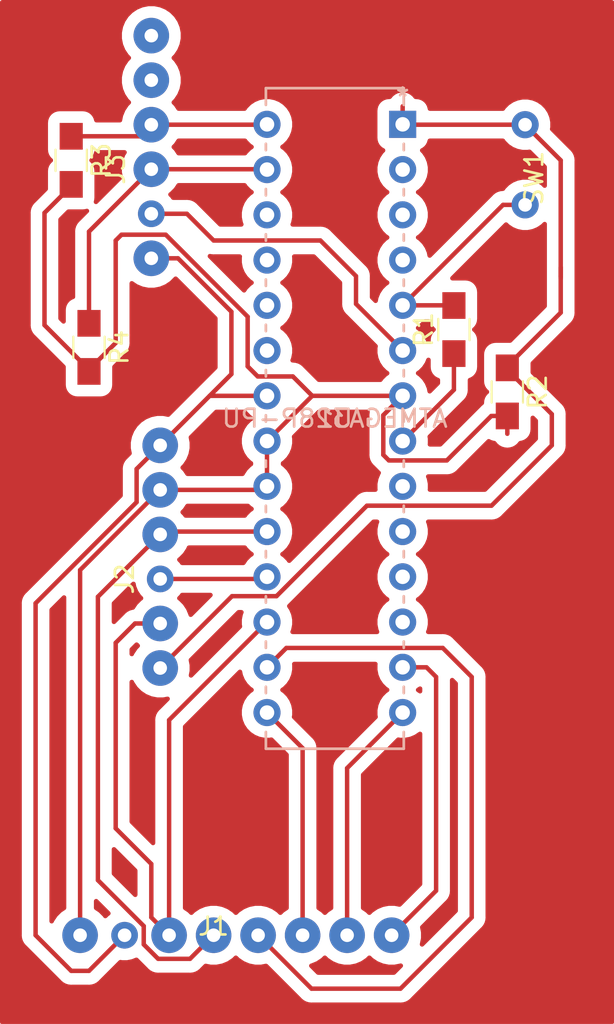
<source format=kicad_pcb>
(kicad_pcb (version 20171130) (host pcbnew 5.1.2-f72e74a~84~ubuntu18.04.1)

  (general
    (thickness 1.6)
    (drawings 0)
    (tracks 123)
    (zones 0)
    (modules 9)
    (nets 28)
  )

  (page A4)
  (layers
    (0 F.Cu signal)
    (31 B.Cu signal)
    (32 B.Adhes user)
    (33 F.Adhes user)
    (34 B.Paste user)
    (35 F.Paste user)
    (36 B.SilkS user)
    (37 F.SilkS user)
    (38 B.Mask user)
    (39 F.Mask user)
    (40 Dwgs.User user)
    (41 Cmts.User user)
    (42 Eco1.User user)
    (43 Eco2.User user)
    (44 Edge.Cuts user)
    (45 Margin user)
    (46 B.CrtYd user)
    (47 F.CrtYd user)
    (48 B.Fab user)
    (49 F.Fab user)
  )

  (setup
    (last_trace_width 0.25)
    (trace_clearance 0.2)
    (zone_clearance 0.65)
    (zone_45_only no)
    (trace_min 0.2)
    (via_size 0.8)
    (via_drill 0.4)
    (via_min_size 0.4)
    (via_min_drill 0.3)
    (uvia_size 0.3)
    (uvia_drill 0.1)
    (uvias_allowed no)
    (uvia_min_size 0.2)
    (uvia_min_drill 0.1)
    (edge_width 0.05)
    (segment_width 0.2)
    (pcb_text_width 0.3)
    (pcb_text_size 1.5 1.5)
    (mod_edge_width 0.12)
    (mod_text_size 1 1)
    (mod_text_width 0.15)
    (pad_size 1.5 1.5)
    (pad_drill 0.762)
    (pad_to_mask_clearance 0.051)
    (solder_mask_min_width 0.25)
    (aux_axis_origin 0 0)
    (visible_elements FFFFFF7F)
    (pcbplotparams
      (layerselection 0x01000_7fffffff)
      (usegerberextensions false)
      (usegerberattributes false)
      (usegerberadvancedattributes false)
      (creategerberjobfile false)
      (excludeedgelayer false)
      (linewidth 0.100000)
      (plotframeref false)
      (viasonmask false)
      (mode 1)
      (useauxorigin false)
      (hpglpennumber 1)
      (hpglpenspeed 20)
      (hpglpendiameter 15.000000)
      (psnegative false)
      (psa4output false)
      (plotreference true)
      (plotvalue true)
      (plotinvisibletext false)
      (padsonsilk true)
      (subtractmaskfromsilk false)
      (outputformat 5)
      (mirror true)
      (drillshape 0)
      (scaleselection 1)
      (outputdirectory ""))
  )

  (net 0 "")
  (net 1 "Net-(J1-Pad8)")
  (net 2 "Net-(J1-Pad7)")
  (net 3 "Net-(J1-Pad6)")
  (net 4 "Net-(J1-Pad5)")
  (net 5 "Net-(J1-Pad4)")
  (net 6 "Net-(J1-Pad3)")
  (net 7 "Net-(J1-Pad2)")
  (net 8 "Net-(J1-Pad1)")
  (net 9 "Net-(J2-Pad3)")
  (net 10 "Net-(J2-Pad1)")
  (net 11 "Net-(J3-Pad6)")
  (net 12 "Net-(J3-Pad5)")
  (net 13 "Net-(J3-Pad4)")
  (net 14 "Net-(J3-Pad3)")
  (net 15 "Net-(J3-Pad2)")
  (net 16 "Net-(R1-Pad2)")
  (net 17 "Net-(U1-Pad26)")
  (net 18 "Net-(U1-Pad25)")
  (net 19 "Net-(U1-Pad24)")
  (net 20 "Net-(U1-Pad23)")
  (net 21 "Net-(U1-Pad12)")
  (net 22 "Net-(U1-Pad11)")
  (net 23 "Net-(U1-Pad10)")
  (net 24 "Net-(U1-Pad9)")
  (net 25 "Net-(U1-Pad4)")
  (net 26 "Net-(U1-Pad3)")
  (net 27 "Net-(U1-Pad2)")

  (net_class Default "This is the default net class."
    (clearance 0.2)
    (trace_width 0.25)
    (via_dia 0.8)
    (via_drill 0.4)
    (uvia_dia 0.3)
    (uvia_drill 0.1)
    (add_net "Net-(J1-Pad1)")
    (add_net "Net-(J1-Pad2)")
    (add_net "Net-(J1-Pad3)")
    (add_net "Net-(J1-Pad4)")
    (add_net "Net-(J1-Pad5)")
    (add_net "Net-(J1-Pad6)")
    (add_net "Net-(J1-Pad7)")
    (add_net "Net-(J1-Pad8)")
    (add_net "Net-(J2-Pad1)")
    (add_net "Net-(J2-Pad3)")
    (add_net "Net-(J3-Pad2)")
    (add_net "Net-(J3-Pad3)")
    (add_net "Net-(J3-Pad4)")
    (add_net "Net-(J3-Pad5)")
    (add_net "Net-(J3-Pad6)")
    (add_net "Net-(R1-Pad2)")
    (add_net "Net-(U1-Pad10)")
    (add_net "Net-(U1-Pad11)")
    (add_net "Net-(U1-Pad12)")
    (add_net "Net-(U1-Pad2)")
    (add_net "Net-(U1-Pad23)")
    (add_net "Net-(U1-Pad24)")
    (add_net "Net-(U1-Pad25)")
    (add_net "Net-(U1-Pad26)")
    (add_net "Net-(U1-Pad3)")
    (add_net "Net-(U1-Pad4)")
    (add_net "Net-(U1-Pad9)")
  )

  (module millk:conn6 (layer F.Cu) (tedit 5D07189B) (tstamp 5D0714C6)
    (at 66 37 90)
    (path /5D0877DF)
    (fp_text reference J3 (at 0 0.5 90) (layer F.SilkS)
      (effects (font (size 1 1) (thickness 0.15)))
    )
    (fp_text value Conn_01x06_Female (at 0 -0.5 90) (layer F.Fab)
      (effects (font (size 1 1) (thickness 0.15)))
    )
    (pad 6 thru_hole circle (at 7.5 2.5 90) (size 2 2) (drill 0.762) (layers *.Cu *.Mask)
      (net 11 "Net-(J3-Pad6)"))
    (pad 5 thru_hole circle (at 5 2.5 90) (size 2 2) (drill 0.762) (layers *.Cu *.Mask)
      (net 12 "Net-(J3-Pad5)"))
    (pad 4 thru_hole circle (at 2.5 2.5 90) (size 2 2) (drill 0.762) (layers *.Cu *.Mask)
      (net 13 "Net-(J3-Pad4)"))
    (pad 3 thru_hole circle (at 0 2.5 90) (size 2 2) (drill 0.762) (layers *.Cu *.Mask)
      (net 14 "Net-(J3-Pad3)"))
    (pad 2 thru_hole circle (at -2.5 2.5 90) (size 1.5 1.5) (drill 0.762) (layers *.Cu *.Mask)
      (net 15 "Net-(J3-Pad2)"))
    (pad 1 thru_hole circle (at -5 2.5 90) (size 2 2) (drill 0.762) (layers *.Cu *.Mask)
      (net 2 "Net-(J1-Pad7)"))
  )

  (module footprints:ATMEGA328P-PU (layer B.Cu) (tedit 0) (tstamp 5D07159C)
    (at 75 67.5 180)
    (path /5D06E4F0)
    (fp_text reference U1 (at -3.81 16.51) (layer B.SilkS)
      (effects (font (size 1 1) (thickness 0.15)) (justify mirror))
    )
    (fp_text value ATMEGA328P-PU (at -3.81 16.51) (layer B.SilkS)
      (effects (font (size 1 1) (thickness 0.15)) (justify mirror))
    )
    (fp_arc (start -3.81 34.925) (end -3.5052 34.925) (angle -180) (layer B.Fab) (width 0.1524))
    (fp_line (start 0.1905 -1.016) (end 1.016 -1.016) (layer B.CrtYd) (width 0.1524))
    (fp_line (start 0.1905 -2.159) (end 0.1905 -1.016) (layer B.CrtYd) (width 0.1524))
    (fp_line (start -7.8105 -2.159) (end 0.1905 -2.159) (layer B.CrtYd) (width 0.1524))
    (fp_line (start -7.8105 -1.016) (end -7.8105 -2.159) (layer B.CrtYd) (width 0.1524))
    (fp_line (start -8.636 -1.016) (end -7.8105 -1.016) (layer B.CrtYd) (width 0.1524))
    (fp_line (start -8.636 34.036) (end -8.636 -1.016) (layer B.CrtYd) (width 0.1524))
    (fp_line (start -7.8105 34.036) (end -8.636 34.036) (layer B.CrtYd) (width 0.1524))
    (fp_line (start -7.8105 35.179) (end -7.8105 34.036) (layer B.CrtYd) (width 0.1524))
    (fp_line (start 0.1905 35.179) (end -7.8105 35.179) (layer B.CrtYd) (width 0.1524))
    (fp_line (start 0.1905 34.036) (end 0.1905 35.179) (layer B.CrtYd) (width 0.1524))
    (fp_line (start 1.016 34.036) (end 0.1905 34.036) (layer B.CrtYd) (width 0.1524))
    (fp_line (start 1.016 -1.016) (end 1.016 34.036) (layer B.CrtYd) (width 0.1524))
    (fp_line (start 0.0635 34.112897) (end 0.0635 35.052) (layer B.SilkS) (width 0.1524))
    (fp_line (start 0.0635 31.572897) (end 0.0635 31.927103) (layer B.SilkS) (width 0.1524))
    (fp_line (start 0.0635 29.032897) (end 0.0635 29.387103) (layer B.SilkS) (width 0.1524))
    (fp_line (start 0.0635 26.492897) (end 0.0635 26.847103) (layer B.SilkS) (width 0.1524))
    (fp_line (start 0.0635 23.952897) (end 0.0635 24.307103) (layer B.SilkS) (width 0.1524))
    (fp_line (start 0.0635 21.412897) (end 0.0635 21.767103) (layer B.SilkS) (width 0.1524))
    (fp_line (start 0.0635 18.872897) (end 0.0635 19.227103) (layer B.SilkS) (width 0.1524))
    (fp_line (start 0.0635 16.332897) (end 0.0635 16.687103) (layer B.SilkS) (width 0.1524))
    (fp_line (start 0.0635 13.792897) (end 0.0635 14.147103) (layer B.SilkS) (width 0.1524))
    (fp_line (start 0.0635 11.252897) (end 0.0635 11.607103) (layer B.SilkS) (width 0.1524))
    (fp_line (start 0.0635 8.712897) (end 0.0635 9.067103) (layer B.SilkS) (width 0.1524))
    (fp_line (start 0.0635 6.172897) (end 0.0635 6.527103) (layer B.SilkS) (width 0.1524))
    (fp_line (start 0.0635 3.632897) (end 0.0635 3.987103) (layer B.SilkS) (width 0.1524))
    (fp_line (start 0.0635 1.092897) (end 0.0635 1.447103) (layer B.SilkS) (width 0.1524))
    (fp_line (start -7.6835 -1.092897) (end -7.6835 -2.032) (layer B.SilkS) (width 0.1524))
    (fp_line (start -7.6835 1.447103) (end -7.6835 1.092897) (layer B.SilkS) (width 0.1524))
    (fp_line (start -7.6835 3.987103) (end -7.6835 3.632897) (layer B.SilkS) (width 0.1524))
    (fp_line (start -7.6835 6.527103) (end -7.6835 6.172897) (layer B.SilkS) (width 0.1524))
    (fp_line (start -7.6835 9.067103) (end -7.6835 8.712897) (layer B.SilkS) (width 0.1524))
    (fp_line (start -7.6835 11.607103) (end -7.6835 11.252897) (layer B.SilkS) (width 0.1524))
    (fp_line (start -7.6835 14.147103) (end -7.6835 13.792897) (layer B.SilkS) (width 0.1524))
    (fp_line (start -7.6835 16.687103) (end -7.6835 16.332897) (layer B.SilkS) (width 0.1524))
    (fp_line (start -7.6835 19.227103) (end -7.6835 18.872897) (layer B.SilkS) (width 0.1524))
    (fp_line (start -7.6835 21.767103) (end -7.6835 21.412897) (layer B.SilkS) (width 0.1524))
    (fp_line (start -7.6835 24.307103) (end -7.6835 23.952897) (layer B.SilkS) (width 0.1524))
    (fp_line (start -7.6835 26.847103) (end -7.6835 26.492897) (layer B.SilkS) (width 0.1524))
    (fp_line (start -7.6835 29.387103) (end -7.6835 29.032897) (layer B.SilkS) (width 0.1524))
    (fp_line (start -7.6835 31.92526) (end -7.6835 31.572897) (layer B.SilkS) (width 0.1524))
    (fp_line (start -7.5565 34.925) (end -7.5565 -1.905) (layer B.Fab) (width 0.1524))
    (fp_line (start -0.0635 34.925) (end -7.5565 34.925) (layer B.Fab) (width 0.1524))
    (fp_line (start -0.0635 -1.905) (end -0.0635 34.925) (layer B.Fab) (width 0.1524))
    (fp_line (start -7.5565 -1.905) (end -0.0635 -1.905) (layer B.Fab) (width 0.1524))
    (fp_line (start -7.6835 35.052) (end -7.6835 34.11474) (layer B.SilkS) (width 0.1524))
    (fp_line (start 0.0635 35.052) (end -7.6835 35.052) (layer B.SilkS) (width 0.1524))
    (fp_line (start 0.0635 -2.032) (end 0.0635 -1.092897) (layer B.SilkS) (width 0.1524))
    (fp_line (start -7.6835 -2.032) (end 0.0635 -2.032) (layer B.SilkS) (width 0.1524))
    (fp_line (start 0.4064 33.4264) (end -0.0635 33.4264) (layer B.Fab) (width 0.1524))
    (fp_line (start 0.4064 32.6136) (end 0.4064 33.4264) (layer B.Fab) (width 0.1524))
    (fp_line (start -0.0635 32.6136) (end 0.4064 32.6136) (layer B.Fab) (width 0.1524))
    (fp_line (start -0.0635 33.4264) (end -0.0635 32.6136) (layer B.Fab) (width 0.1524))
    (fp_line (start 0.4064 30.8864) (end -0.0635 30.8864) (layer B.Fab) (width 0.1524))
    (fp_line (start 0.4064 30.0736) (end 0.4064 30.8864) (layer B.Fab) (width 0.1524))
    (fp_line (start -0.0635 30.0736) (end 0.4064 30.0736) (layer B.Fab) (width 0.1524))
    (fp_line (start -0.0635 30.8864) (end -0.0635 30.0736) (layer B.Fab) (width 0.1524))
    (fp_line (start 0.4064 28.3464) (end -0.0635 28.3464) (layer B.Fab) (width 0.1524))
    (fp_line (start 0.4064 27.5336) (end 0.4064 28.3464) (layer B.Fab) (width 0.1524))
    (fp_line (start -0.0635 27.5336) (end 0.4064 27.5336) (layer B.Fab) (width 0.1524))
    (fp_line (start -0.0635 28.3464) (end -0.0635 27.5336) (layer B.Fab) (width 0.1524))
    (fp_line (start 0.4064 25.8064) (end -0.0635 25.8064) (layer B.Fab) (width 0.1524))
    (fp_line (start 0.4064 24.9936) (end 0.4064 25.8064) (layer B.Fab) (width 0.1524))
    (fp_line (start -0.0635 24.9936) (end 0.4064 24.9936) (layer B.Fab) (width 0.1524))
    (fp_line (start -0.0635 25.8064) (end -0.0635 24.9936) (layer B.Fab) (width 0.1524))
    (fp_line (start 0.4064 23.2664) (end -0.0635 23.2664) (layer B.Fab) (width 0.1524))
    (fp_line (start 0.4064 22.4536) (end 0.4064 23.2664) (layer B.Fab) (width 0.1524))
    (fp_line (start -0.0635 22.4536) (end 0.4064 22.4536) (layer B.Fab) (width 0.1524))
    (fp_line (start -0.0635 23.2664) (end -0.0635 22.4536) (layer B.Fab) (width 0.1524))
    (fp_line (start 0.4064 20.7264) (end -0.0635 20.7264) (layer B.Fab) (width 0.1524))
    (fp_line (start 0.4064 19.9136) (end 0.4064 20.7264) (layer B.Fab) (width 0.1524))
    (fp_line (start -0.0635 19.9136) (end 0.4064 19.9136) (layer B.Fab) (width 0.1524))
    (fp_line (start -0.0635 20.7264) (end -0.0635 19.9136) (layer B.Fab) (width 0.1524))
    (fp_line (start 0.4064 18.1864) (end -0.0635 18.1864) (layer B.Fab) (width 0.1524))
    (fp_line (start 0.4064 17.3736) (end 0.4064 18.1864) (layer B.Fab) (width 0.1524))
    (fp_line (start -0.0635 17.3736) (end 0.4064 17.3736) (layer B.Fab) (width 0.1524))
    (fp_line (start -0.0635 18.1864) (end -0.0635 17.3736) (layer B.Fab) (width 0.1524))
    (fp_line (start 0.4064 15.6464) (end -0.0635 15.6464) (layer B.Fab) (width 0.1524))
    (fp_line (start 0.4064 14.8336) (end 0.4064 15.6464) (layer B.Fab) (width 0.1524))
    (fp_line (start -0.0635 14.8336) (end 0.4064 14.8336) (layer B.Fab) (width 0.1524))
    (fp_line (start -0.0635 15.6464) (end -0.0635 14.8336) (layer B.Fab) (width 0.1524))
    (fp_line (start 0.4064 13.1064) (end -0.0635 13.1064) (layer B.Fab) (width 0.1524))
    (fp_line (start 0.4064 12.2936) (end 0.4064 13.1064) (layer B.Fab) (width 0.1524))
    (fp_line (start -0.0635 12.2936) (end 0.4064 12.2936) (layer B.Fab) (width 0.1524))
    (fp_line (start -0.0635 13.1064) (end -0.0635 12.2936) (layer B.Fab) (width 0.1524))
    (fp_line (start 0.4064 10.5664) (end -0.0635 10.5664) (layer B.Fab) (width 0.1524))
    (fp_line (start 0.4064 9.7536) (end 0.4064 10.5664) (layer B.Fab) (width 0.1524))
    (fp_line (start -0.0635 9.7536) (end 0.4064 9.7536) (layer B.Fab) (width 0.1524))
    (fp_line (start -0.0635 10.5664) (end -0.0635 9.7536) (layer B.Fab) (width 0.1524))
    (fp_line (start 0.4064 8.0264) (end -0.0635 8.0264) (layer B.Fab) (width 0.1524))
    (fp_line (start 0.4064 7.2136) (end 0.4064 8.0264) (layer B.Fab) (width 0.1524))
    (fp_line (start -0.0635 7.2136) (end 0.4064 7.2136) (layer B.Fab) (width 0.1524))
    (fp_line (start -0.0635 8.0264) (end -0.0635 7.2136) (layer B.Fab) (width 0.1524))
    (fp_line (start 0.4064 5.4864) (end -0.0635 5.4864) (layer B.Fab) (width 0.1524))
    (fp_line (start 0.4064 4.6736) (end 0.4064 5.4864) (layer B.Fab) (width 0.1524))
    (fp_line (start -0.0635 4.6736) (end 0.4064 4.6736) (layer B.Fab) (width 0.1524))
    (fp_line (start -0.0635 5.4864) (end -0.0635 4.6736) (layer B.Fab) (width 0.1524))
    (fp_line (start 0.4064 2.9464) (end -0.0635 2.9464) (layer B.Fab) (width 0.1524))
    (fp_line (start 0.4064 2.1336) (end 0.4064 2.9464) (layer B.Fab) (width 0.1524))
    (fp_line (start -0.0635 2.1336) (end 0.4064 2.1336) (layer B.Fab) (width 0.1524))
    (fp_line (start -0.0635 2.9464) (end -0.0635 2.1336) (layer B.Fab) (width 0.1524))
    (fp_line (start 0.4064 0.4064) (end -0.0635 0.4064) (layer B.Fab) (width 0.1524))
    (fp_line (start 0.4064 -0.4064) (end 0.4064 0.4064) (layer B.Fab) (width 0.1524))
    (fp_line (start -0.0635 -0.4064) (end 0.4064 -0.4064) (layer B.Fab) (width 0.1524))
    (fp_line (start -0.0635 0.4064) (end -0.0635 -0.4064) (layer B.Fab) (width 0.1524))
    (fp_line (start -8.0264 -0.4064) (end -7.5565 -0.4064) (layer B.Fab) (width 0.1524))
    (fp_line (start -8.0264 0.4064) (end -8.0264 -0.4064) (layer B.Fab) (width 0.1524))
    (fp_line (start -7.5565 0.4064) (end -8.0264 0.4064) (layer B.Fab) (width 0.1524))
    (fp_line (start -7.5565 -0.4064) (end -7.5565 0.4064) (layer B.Fab) (width 0.1524))
    (fp_line (start -8.0264 2.1336) (end -7.5565 2.1336) (layer B.Fab) (width 0.1524))
    (fp_line (start -8.0264 2.9464) (end -8.0264 2.1336) (layer B.Fab) (width 0.1524))
    (fp_line (start -7.5565 2.9464) (end -8.0264 2.9464) (layer B.Fab) (width 0.1524))
    (fp_line (start -7.5565 2.1336) (end -7.5565 2.9464) (layer B.Fab) (width 0.1524))
    (fp_line (start -8.0264 4.6736) (end -7.5565 4.6736) (layer B.Fab) (width 0.1524))
    (fp_line (start -8.0264 5.4864) (end -8.0264 4.6736) (layer B.Fab) (width 0.1524))
    (fp_line (start -7.5565 5.4864) (end -8.0264 5.4864) (layer B.Fab) (width 0.1524))
    (fp_line (start -7.5565 4.6736) (end -7.5565 5.4864) (layer B.Fab) (width 0.1524))
    (fp_line (start -8.0264 7.2136) (end -7.5565 7.2136) (layer B.Fab) (width 0.1524))
    (fp_line (start -8.0264 8.0264) (end -8.0264 7.2136) (layer B.Fab) (width 0.1524))
    (fp_line (start -7.5565 8.0264) (end -8.0264 8.0264) (layer B.Fab) (width 0.1524))
    (fp_line (start -7.5565 7.2136) (end -7.5565 8.0264) (layer B.Fab) (width 0.1524))
    (fp_line (start -8.0264 9.7536) (end -7.5565 9.7536) (layer B.Fab) (width 0.1524))
    (fp_line (start -8.0264 10.5664) (end -8.0264 9.7536) (layer B.Fab) (width 0.1524))
    (fp_line (start -7.5565 10.5664) (end -8.0264 10.5664) (layer B.Fab) (width 0.1524))
    (fp_line (start -7.5565 9.7536) (end -7.5565 10.5664) (layer B.Fab) (width 0.1524))
    (fp_line (start -8.0264 12.2936) (end -7.5565 12.2936) (layer B.Fab) (width 0.1524))
    (fp_line (start -8.0264 13.1064) (end -8.0264 12.2936) (layer B.Fab) (width 0.1524))
    (fp_line (start -7.5565 13.1064) (end -8.0264 13.1064) (layer B.Fab) (width 0.1524))
    (fp_line (start -7.5565 12.2936) (end -7.5565 13.1064) (layer B.Fab) (width 0.1524))
    (fp_line (start -8.0264 14.8336) (end -7.5565 14.8336) (layer B.Fab) (width 0.1524))
    (fp_line (start -8.0264 15.6464) (end -8.0264 14.8336) (layer B.Fab) (width 0.1524))
    (fp_line (start -7.5565 15.6464) (end -8.0264 15.6464) (layer B.Fab) (width 0.1524))
    (fp_line (start -7.5565 14.8336) (end -7.5565 15.6464) (layer B.Fab) (width 0.1524))
    (fp_line (start -8.0264 17.3736) (end -7.5565 17.3736) (layer B.Fab) (width 0.1524))
    (fp_line (start -8.0264 18.1864) (end -8.0264 17.3736) (layer B.Fab) (width 0.1524))
    (fp_line (start -7.5565 18.1864) (end -8.0264 18.1864) (layer B.Fab) (width 0.1524))
    (fp_line (start -7.5565 17.3736) (end -7.5565 18.1864) (layer B.Fab) (width 0.1524))
    (fp_line (start -8.0264 19.9136) (end -7.5565 19.9136) (layer B.Fab) (width 0.1524))
    (fp_line (start -8.0264 20.7264) (end -8.0264 19.9136) (layer B.Fab) (width 0.1524))
    (fp_line (start -7.5565 20.7264) (end -8.0264 20.7264) (layer B.Fab) (width 0.1524))
    (fp_line (start -7.5565 19.9136) (end -7.5565 20.7264) (layer B.Fab) (width 0.1524))
    (fp_line (start -8.0264 22.4536) (end -7.5565 22.4536) (layer B.Fab) (width 0.1524))
    (fp_line (start -8.0264 23.2664) (end -8.0264 22.4536) (layer B.Fab) (width 0.1524))
    (fp_line (start -7.5565 23.2664) (end -8.0264 23.2664) (layer B.Fab) (width 0.1524))
    (fp_line (start -7.5565 22.4536) (end -7.5565 23.2664) (layer B.Fab) (width 0.1524))
    (fp_line (start -8.0264 24.9936) (end -7.5565 24.9936) (layer B.Fab) (width 0.1524))
    (fp_line (start -8.0264 25.8064) (end -8.0264 24.9936) (layer B.Fab) (width 0.1524))
    (fp_line (start -7.5565 25.8064) (end -8.0264 25.8064) (layer B.Fab) (width 0.1524))
    (fp_line (start -7.5565 24.9936) (end -7.5565 25.8064) (layer B.Fab) (width 0.1524))
    (fp_line (start -8.0264 27.5336) (end -7.5565 27.5336) (layer B.Fab) (width 0.1524))
    (fp_line (start -8.0264 28.3464) (end -8.0264 27.5336) (layer B.Fab) (width 0.1524))
    (fp_line (start -7.5565 28.3464) (end -8.0264 28.3464) (layer B.Fab) (width 0.1524))
    (fp_line (start -7.5565 27.5336) (end -7.5565 28.3464) (layer B.Fab) (width 0.1524))
    (fp_line (start -8.0264 30.0736) (end -7.5565 30.0736) (layer B.Fab) (width 0.1524))
    (fp_line (start -8.0264 30.8864) (end -8.0264 30.0736) (layer B.Fab) (width 0.1524))
    (fp_line (start -7.5565 30.8864) (end -8.0264 30.8864) (layer B.Fab) (width 0.1524))
    (fp_line (start -7.5565 30.0736) (end -7.5565 30.8864) (layer B.Fab) (width 0.1524))
    (fp_line (start -8.0264 32.6136) (end -7.5565 32.6136) (layer B.Fab) (width 0.1524))
    (fp_line (start -8.0264 33.4264) (end -8.0264 32.6136) (layer B.Fab) (width 0.1524))
    (fp_line (start -7.5565 33.4264) (end -8.0264 33.4264) (layer B.Fab) (width 0.1524))
    (fp_line (start -7.5565 32.6136) (end -7.5565 33.4264) (layer B.Fab) (width 0.1524))
    (fp_text user * (at -7.3025 33.02) (layer B.Fab)
      (effects (font (size 1 1) (thickness 0.15)) (justify mirror))
    )
    (fp_text user * (at -7.62 34.544) (layer B.SilkS)
      (effects (font (size 1 1) (thickness 0.15)) (justify mirror))
    )
    (fp_text user "Copyright 2016 Accelerated Designs. All rights reserved." (at 0 0) (layer Cmts.User)
      (effects (font (size 0.127 0.127) (thickness 0.002)))
    )
    (pad 28 thru_hole circle (at 0 33.02 180) (size 1.524 1.524) (drill 0.8128) (layers *.Cu *.Mask)
      (net 13 "Net-(J3-Pad4)"))
    (pad 27 thru_hole circle (at 0 30.48 180) (size 1.524 1.524) (drill 0.8128) (layers *.Cu *.Mask)
      (net 14 "Net-(J3-Pad3)"))
    (pad 26 thru_hole circle (at 0 27.94 180) (size 1.524 1.524) (drill 0.8128) (layers *.Cu *.Mask)
      (net 17 "Net-(U1-Pad26)"))
    (pad 25 thru_hole circle (at 0 25.4 180) (size 1.524 1.524) (drill 0.8128) (layers *.Cu *.Mask)
      (net 18 "Net-(U1-Pad25)"))
    (pad 24 thru_hole circle (at 0 22.86 180) (size 1.524 1.524) (drill 0.8128) (layers *.Cu *.Mask)
      (net 19 "Net-(U1-Pad24)"))
    (pad 23 thru_hole circle (at 0 20.32 180) (size 1.524 1.524) (drill 0.8128) (layers *.Cu *.Mask)
      (net 20 "Net-(U1-Pad23)"))
    (pad 22 thru_hole circle (at 0 17.78 180) (size 1.524 1.524) (drill 0.8128) (layers *.Cu *.Mask)
      (net 2 "Net-(J1-Pad7)"))
    (pad 21 thru_hole circle (at 0 15.24 180) (size 1.524 1.524) (drill 0.8128) (layers *.Cu *.Mask)
      (net 1 "Net-(J1-Pad8)"))
    (pad 20 thru_hole circle (at 0 12.7 180) (size 1.524 1.524) (drill 0.8128) (layers *.Cu *.Mask)
      (net 1 "Net-(J1-Pad8)"))
    (pad 19 thru_hole circle (at 0 10.16 180) (size 1.524 1.524) (drill 0.8128) (layers *.Cu *.Mask)
      (net 4 "Net-(J1-Pad5)"))
    (pad 18 thru_hole circle (at 0 7.62 180) (size 1.524 1.524) (drill 0.8128) (layers *.Cu *.Mask)
      (net 9 "Net-(J2-Pad3)"))
    (pad 17 thru_hole circle (at 0 5.08 180) (size 1.524 1.524) (drill 0.8128) (layers *.Cu *.Mask)
      (net 3 "Net-(J1-Pad6)"))
    (pad 16 thru_hole circle (at 0 2.54 180) (size 1.524 1.524) (drill 0.8128) (layers *.Cu *.Mask)
      (net 5 "Net-(J1-Pad4)"))
    (pad 15 thru_hole circle (at 0 0 180) (size 1.524 1.524) (drill 0.8128) (layers *.Cu *.Mask)
      (net 6 "Net-(J1-Pad3)"))
    (pad 14 thru_hole circle (at -7.62 0 180) (size 1.524 1.524) (drill 0.8128) (layers *.Cu *.Mask)
      (net 7 "Net-(J1-Pad2)"))
    (pad 13 thru_hole circle (at -7.62 2.54 180) (size 1.524 1.524) (drill 0.8128) (layers *.Cu *.Mask)
      (net 8 "Net-(J1-Pad1)"))
    (pad 12 thru_hole circle (at -7.62 5.08 180) (size 1.524 1.524) (drill 0.8128) (layers *.Cu *.Mask)
      (net 21 "Net-(U1-Pad12)"))
    (pad 11 thru_hole circle (at -7.62 7.62 180) (size 1.524 1.524) (drill 0.8128) (layers *.Cu *.Mask)
      (net 22 "Net-(U1-Pad11)"))
    (pad 10 thru_hole circle (at -7.62 10.16 180) (size 1.524 1.524) (drill 0.8128) (layers *.Cu *.Mask)
      (net 23 "Net-(U1-Pad10)"))
    (pad 9 thru_hole circle (at -7.62 12.7 180) (size 1.524 1.524) (drill 0.8128) (layers *.Cu *.Mask)
      (net 24 "Net-(U1-Pad9)"))
    (pad 8 thru_hole circle (at -7.62 15.24 180) (size 1.524 1.524) (drill 0.8128) (layers *.Cu *.Mask)
      (net 2 "Net-(J1-Pad7)"))
    (pad 7 thru_hole circle (at -7.62 17.78 180) (size 1.524 1.524) (drill 0.8128) (layers *.Cu *.Mask)
      (net 1 "Net-(J1-Pad8)"))
    (pad 6 thru_hole circle (at -7.62 20.32 180) (size 1.524 1.524) (drill 0.8128) (layers *.Cu *.Mask)
      (net 15 "Net-(J3-Pad2)"))
    (pad 5 thru_hole circle (at -7.62 22.86 180) (size 1.524 1.524) (drill 0.8128) (layers *.Cu *.Mask)
      (net 16 "Net-(R1-Pad2)"))
    (pad 4 thru_hole circle (at -7.62 25.4 180) (size 1.524 1.524) (drill 0.8128) (layers *.Cu *.Mask)
      (net 25 "Net-(U1-Pad4)"))
    (pad 3 thru_hole circle (at -7.62 27.94 180) (size 1.524 1.524) (drill 0.8128) (layers *.Cu *.Mask)
      (net 26 "Net-(U1-Pad3)"))
    (pad 2 thru_hole circle (at -7.62 30.48 180) (size 1.524 1.524) (drill 0.8128) (layers *.Cu *.Mask)
      (net 27 "Net-(U1-Pad2)"))
    (pad 1 thru_hole rect (at -7.62 33.02 180) (size 1.524 1.524) (drill 0.8128) (layers *.Cu *.Mask)
      (net 10 "Net-(J2-Pad1)"))
  )

  (module footprints:pushbutton (layer F.Cu) (tedit 5D06EC5A) (tstamp 5D0714D8)
    (at 90.5 37.5 270)
    (path /5D09856C)
    (fp_text reference SW1 (at 0 0.5 90) (layer F.SilkS)
      (effects (font (size 1 1) (thickness 0.15)))
    )
    (fp_text value Switch_SW_Push (at 0 -0.5 90) (layer F.Fab)
      (effects (font (size 1 1) (thickness 0.15)))
    )
    (pad 2 thru_hole circle (at 1.5 1 270) (size 1.524 1.524) (drill 0.762) (layers *.Cu *.Mask)
      (net 16 "Net-(R1-Pad2)"))
    (pad 1 thru_hole circle (at -3 1 270) (size 1.524 1.524) (drill 0.762) (layers *.Cu *.Mask)
      (net 10 "Net-(J2-Pad1)"))
  )

  (module Resistors_SMD:R_0805_HandSoldering (layer F.Cu) (tedit 58E0A804) (tstamp 5D0714D2)
    (at 65 47 270)
    (descr "Resistor SMD 0805, hand soldering")
    (tags "resistor 0805")
    (path /5D093DC5)
    (attr smd)
    (fp_text reference R4 (at 0 -1.7 90) (layer F.SilkS)
      (effects (font (size 1 1) (thickness 0.15)))
    )
    (fp_text value R (at 0 1.75 90) (layer F.Fab)
      (effects (font (size 1 1) (thickness 0.15)))
    )
    (fp_text user %R (at 0 0 90) (layer F.Fab)
      (effects (font (size 0.5 0.5) (thickness 0.075)))
    )
    (fp_line (start -1 0.62) (end -1 -0.62) (layer F.Fab) (width 0.1))
    (fp_line (start 1 0.62) (end -1 0.62) (layer F.Fab) (width 0.1))
    (fp_line (start 1 -0.62) (end 1 0.62) (layer F.Fab) (width 0.1))
    (fp_line (start -1 -0.62) (end 1 -0.62) (layer F.Fab) (width 0.1))
    (fp_line (start 0.6 0.88) (end -0.6 0.88) (layer F.SilkS) (width 0.12))
    (fp_line (start -0.6 -0.88) (end 0.6 -0.88) (layer F.SilkS) (width 0.12))
    (fp_line (start -2.35 -0.9) (end 2.35 -0.9) (layer F.CrtYd) (width 0.05))
    (fp_line (start -2.35 -0.9) (end -2.35 0.9) (layer F.CrtYd) (width 0.05))
    (fp_line (start 2.35 0.9) (end 2.35 -0.9) (layer F.CrtYd) (width 0.05))
    (fp_line (start 2.35 0.9) (end -2.35 0.9) (layer F.CrtYd) (width 0.05))
    (pad 1 smd rect (at -1.35 0 270) (size 1.5 1.3) (layers F.Cu F.Paste F.Mask)
      (net 14 "Net-(J3-Pad3)"))
    (pad 2 smd rect (at 1.35 0 270) (size 1.5 1.3) (layers F.Cu F.Paste F.Mask)
      (net 1 "Net-(J1-Pad8)"))
    (model ${KISYS3DMOD}/Resistors_SMD.3dshapes/R_0805.wrl
      (at (xyz 0 0 0))
      (scale (xyz 1 1 1))
      (rotate (xyz 0 0 0))
    )
  )

  (module Resistors_SMD:R_0805_HandSoldering (layer F.Cu) (tedit 58E0A804) (tstamp 5D0714CF)
    (at 64 36.5 270)
    (descr "Resistor SMD 0805, hand soldering")
    (tags "resistor 0805")
    (path /5D093460)
    (attr smd)
    (fp_text reference R3 (at 0 -1.7 90) (layer F.SilkS)
      (effects (font (size 1 1) (thickness 0.15)))
    )
    (fp_text value R (at 0 1.75 90) (layer F.Fab)
      (effects (font (size 1 1) (thickness 0.15)))
    )
    (fp_text user %R (at 0 0 90) (layer F.Fab)
      (effects (font (size 0.5 0.5) (thickness 0.075)))
    )
    (fp_line (start -1 0.62) (end -1 -0.62) (layer F.Fab) (width 0.1))
    (fp_line (start 1 0.62) (end -1 0.62) (layer F.Fab) (width 0.1))
    (fp_line (start 1 -0.62) (end 1 0.62) (layer F.Fab) (width 0.1))
    (fp_line (start -1 -0.62) (end 1 -0.62) (layer F.Fab) (width 0.1))
    (fp_line (start 0.6 0.88) (end -0.6 0.88) (layer F.SilkS) (width 0.12))
    (fp_line (start -0.6 -0.88) (end 0.6 -0.88) (layer F.SilkS) (width 0.12))
    (fp_line (start -2.35 -0.9) (end 2.35 -0.9) (layer F.CrtYd) (width 0.05))
    (fp_line (start -2.35 -0.9) (end -2.35 0.9) (layer F.CrtYd) (width 0.05))
    (fp_line (start 2.35 0.9) (end 2.35 -0.9) (layer F.CrtYd) (width 0.05))
    (fp_line (start 2.35 0.9) (end -2.35 0.9) (layer F.CrtYd) (width 0.05))
    (pad 1 smd rect (at -1.35 0 270) (size 1.5 1.3) (layers F.Cu F.Paste F.Mask)
      (net 13 "Net-(J3-Pad4)"))
    (pad 2 smd rect (at 1.35 0 270) (size 1.5 1.3) (layers F.Cu F.Paste F.Mask)
      (net 1 "Net-(J1-Pad8)"))
    (model ${KISYS3DMOD}/Resistors_SMD.3dshapes/R_0805.wrl
      (at (xyz 0 0 0))
      (scale (xyz 1 1 1))
      (rotate (xyz 0 0 0))
    )
  )

  (module Resistors_SMD:R_0805_HandSoldering (layer F.Cu) (tedit 58E0A804) (tstamp 5D0714CC)
    (at 88.5 49.5 270)
    (descr "Resistor SMD 0805, hand soldering")
    (tags "resistor 0805")
    (path /5D07A597)
    (attr smd)
    (fp_text reference R2 (at 0 -1.7 90) (layer F.SilkS)
      (effects (font (size 1 1) (thickness 0.15)))
    )
    (fp_text value R (at 0 1.75 90) (layer F.Fab)
      (effects (font (size 1 1) (thickness 0.15)))
    )
    (fp_text user %R (at 0 0 270) (layer F.Fab)
      (effects (font (size 0.5 0.5) (thickness 0.075)))
    )
    (fp_line (start -1 0.62) (end -1 -0.62) (layer F.Fab) (width 0.1))
    (fp_line (start 1 0.62) (end -1 0.62) (layer F.Fab) (width 0.1))
    (fp_line (start 1 -0.62) (end 1 0.62) (layer F.Fab) (width 0.1))
    (fp_line (start -1 -0.62) (end 1 -0.62) (layer F.Fab) (width 0.1))
    (fp_line (start 0.6 0.88) (end -0.6 0.88) (layer F.SilkS) (width 0.12))
    (fp_line (start -0.6 -0.88) (end 0.6 -0.88) (layer F.SilkS) (width 0.12))
    (fp_line (start -2.35 -0.9) (end 2.35 -0.9) (layer F.CrtYd) (width 0.05))
    (fp_line (start -2.35 -0.9) (end -2.35 0.9) (layer F.CrtYd) (width 0.05))
    (fp_line (start 2.35 0.9) (end 2.35 -0.9) (layer F.CrtYd) (width 0.05))
    (fp_line (start 2.35 0.9) (end -2.35 0.9) (layer F.CrtYd) (width 0.05))
    (pad 1 smd rect (at -1.35 0 270) (size 1.5 1.3) (layers F.Cu F.Paste F.Mask)
      (net 10 "Net-(J2-Pad1)"))
    (pad 2 smd rect (at 1.35 0 270) (size 1.5 1.3) (layers F.Cu F.Paste F.Mask)
      (net 1 "Net-(J1-Pad8)"))
    (model ${KISYS3DMOD}/Resistors_SMD.3dshapes/R_0805.wrl
      (at (xyz 0 0 0))
      (scale (xyz 1 1 1))
      (rotate (xyz 0 0 0))
    )
  )

  (module Resistors_SMD:R_0805_HandSoldering (layer F.Cu) (tedit 58E0A804) (tstamp 5D0714C9)
    (at 85.5 46 90)
    (descr "Resistor SMD 0805, hand soldering")
    (tags "resistor 0805")
    (path /5D09F92A)
    (attr smd)
    (fp_text reference R1 (at 0 -1.7 90) (layer F.SilkS)
      (effects (font (size 1 1) (thickness 0.15)))
    )
    (fp_text value R (at 0 1.75 90) (layer F.Fab)
      (effects (font (size 1 1) (thickness 0.15)))
    )
    (fp_text user %R (at 0 0 90) (layer F.Fab)
      (effects (font (size 0.5 0.5) (thickness 0.075)))
    )
    (fp_line (start -1 0.62) (end -1 -0.62) (layer F.Fab) (width 0.1))
    (fp_line (start 1 0.62) (end -1 0.62) (layer F.Fab) (width 0.1))
    (fp_line (start 1 -0.62) (end 1 0.62) (layer F.Fab) (width 0.1))
    (fp_line (start -1 -0.62) (end 1 -0.62) (layer F.Fab) (width 0.1))
    (fp_line (start 0.6 0.88) (end -0.6 0.88) (layer F.SilkS) (width 0.12))
    (fp_line (start -0.6 -0.88) (end 0.6 -0.88) (layer F.SilkS) (width 0.12))
    (fp_line (start -2.35 -0.9) (end 2.35 -0.9) (layer F.CrtYd) (width 0.05))
    (fp_line (start -2.35 -0.9) (end -2.35 0.9) (layer F.CrtYd) (width 0.05))
    (fp_line (start 2.35 0.9) (end 2.35 -0.9) (layer F.CrtYd) (width 0.05))
    (fp_line (start 2.35 0.9) (end -2.35 0.9) (layer F.CrtYd) (width 0.05))
    (pad 1 smd rect (at -1.35 0 90) (size 1.5 1.3) (layers F.Cu F.Paste F.Mask)
      (net 2 "Net-(J1-Pad7)"))
    (pad 2 smd rect (at 1.35 0 90) (size 1.5 1.3) (layers F.Cu F.Paste F.Mask)
      (net 16 "Net-(R1-Pad2)"))
    (model ${KISYS3DMOD}/Resistors_SMD.3dshapes/R_0805.wrl
      (at (xyz 0 0 0))
      (scale (xyz 1 1 1))
      (rotate (xyz 0 0 0))
    )
  )

  (module millk:conn6 (layer F.Cu) (tedit 5D0717B6) (tstamp 5D0714BC)
    (at 66.5 60 90)
    (path /5D07281E)
    (fp_text reference J2 (at 0 0.5 90) (layer F.SilkS)
      (effects (font (size 1 1) (thickness 0.15)))
    )
    (fp_text value Programmer (at 0 -0.5 90) (layer F.Fab)
      (effects (font (size 1 1) (thickness 0.15)))
    )
    (pad 6 thru_hole circle (at 7.5 2.5 90) (size 2 2) (drill 0.762) (layers *.Cu *.Mask)
      (net 2 "Net-(J1-Pad7)"))
    (pad 5 thru_hole circle (at 5 2.5 90) (size 2 2) (drill 0.762) (layers *.Cu *.Mask)
      (net 1 "Net-(J1-Pad8)"))
    (pad 4 thru_hole circle (at 2.5 2.5 90) (size 2 2) (drill 0.762) (layers *.Cu *.Mask)
      (net 4 "Net-(J1-Pad5)"))
    (pad 3 thru_hole circle (at 0 2.5 90) (size 1.5 1.5) (drill 0.762) (layers *.Cu *.Mask)
      (net 9 "Net-(J2-Pad3)"))
    (pad 2 thru_hole circle (at -2.5 2.5 90) (size 2 2) (drill 0.762) (layers *.Cu *.Mask)
      (net 3 "Net-(J1-Pad6)"))
    (pad 1 thru_hole circle (at -5 2.5 90) (size 2 2) (drill 0.762) (layers *.Cu *.Mask)
      (net 10 "Net-(J2-Pad1)"))
  )

  (module millk:conn8 (layer F.Cu) (tedit 5D0717A7) (tstamp 5D0714B2)
    (at 72 80 180)
    (path /5D06EE52)
    (fp_text reference J1 (at 0 0.5) (layer F.SilkS)
      (effects (font (size 1 1) (thickness 0.15)))
    )
    (fp_text value "OTP board" (at 0 -0.5) (layer F.Fab)
      (effects (font (size 1 1) (thickness 0.15)))
    )
    (pad 8 thru_hole circle (at 7.5 0 180) (size 2 2) (drill 0.762) (layers *.Cu *.Mask)
      (net 1 "Net-(J1-Pad8)"))
    (pad 7 thru_hole circle (at 5 0 180) (size 1.5 1.5) (drill 0.762) (layers *.Cu *.Mask)
      (net 2 "Net-(J1-Pad7)"))
    (pad 6 thru_hole circle (at 2.5 0 180) (size 2 2) (drill 0.762) (layers *.Cu *.Mask)
      (net 3 "Net-(J1-Pad6)"))
    (pad 5 thru_hole circle (at 0 0 180) (size 2 2) (drill 0.762) (layers *.Cu *.Mask)
      (net 4 "Net-(J1-Pad5)"))
    (pad 4 thru_hole circle (at -2.5 0 180) (size 2 2) (drill 0.762) (layers *.Cu *.Mask)
      (net 5 "Net-(J1-Pad4)"))
    (pad 3 thru_hole circle (at -5 0 180) (size 2 2) (drill 0.762) (layers *.Cu *.Mask)
      (net 6 "Net-(J1-Pad3)"))
    (pad 2 thru_hole circle (at -7.5 0 180) (size 2 2) (drill 0.762) (layers *.Cu *.Mask)
      (net 7 "Net-(J1-Pad2)"))
    (pad 1 thru_hole circle (at -10 0 180) (size 2 2) (drill 0.762) (layers *.Cu *.Mask)
      (net 8 "Net-(J1-Pad1)"))
  )

  (segment (start 77.54 49.72) (end 75 52.26) (width 0.25) (layer F.Cu) (net 1))
  (segment (start 82.62 49.72) (end 77.54 49.72) (width 0.25) (layer F.Cu) (net 1))
  (segment (start 75 54.8) (end 75 52.26) (width 0.25) (layer F.Cu) (net 1))
  (segment (start 81.532999 53.032999) (end 81.847001 53.347001) (width 0.25) (layer F.Cu) (net 1))
  (segment (start 85.102999 53.347001) (end 87.6 50.85) (width 0.25) (layer F.Cu) (net 1))
  (segment (start 81.847001 53.347001) (end 85.102999 53.347001) (width 0.25) (layer F.Cu) (net 1))
  (segment (start 81.532999 50.807001) (end 81.532999 53.032999) (width 0.25) (layer F.Cu) (net 1))
  (segment (start 87.6 50.85) (end 88.5 50.85) (width 0.25) (layer F.Cu) (net 1))
  (segment (start 82.62 49.72) (end 81.532999 50.807001) (width 0.25) (layer F.Cu) (net 1))
  (segment (start 88.5 51.85) (end 88.5 50.85) (width 0.25) (layer F.Cu) (net 1))
  (segment (start 64.5 59.5) (end 69 55) (width 0.25) (layer F.Cu) (net 1))
  (segment (start 64.5 80) (end 64.5 59.5) (width 0.25) (layer F.Cu) (net 1))
  (segment (start 74.8 55) (end 75 54.8) (width 0.25) (layer F.Cu) (net 1))
  (segment (start 69 55) (end 74.8 55) (width 0.25) (layer F.Cu) (net 1))
  (segment (start 64 37.95) (end 62.5 39.45) (width 0.25) (layer F.Cu) (net 1))
  (segment (start 64 37.85) (end 64 37.95) (width 0.25) (layer F.Cu) (net 1))
  (segment (start 62.5 45.75) (end 65 48.25) (width 0.25) (layer F.Cu) (net 1))
  (segment (start 62.5 39.45) (end 62.5 45.75) (width 0.25) (layer F.Cu) (net 1))
  (segment (start 65 48.25) (end 65 48.35) (width 0.25) (layer F.Cu) (net 1))
  (segment (start 66.5 41) (end 66.5 46.75) (width 0.25) (layer F.Cu) (net 1))
  (segment (start 69.311409 40.674999) (end 66.825001 40.674999) (width 0.25) (layer F.Cu) (net 1))
  (segment (start 73.912999 45.276589) (end 69.311409 40.674999) (width 0.25) (layer F.Cu) (net 1))
  (segment (start 66.375 46.875) (end 65 48.25) (width 0.25) (layer F.Cu) (net 1))
  (segment (start 66.5 46.75) (end 66.375 46.875) (width 0.25) (layer F.Cu) (net 1))
  (segment (start 77.54 49.72) (end 76.452999 48.632999) (width 0.25) (layer F.Cu) (net 1))
  (segment (start 76.452999 48.632999) (end 74.478239 48.632999) (width 0.25) (layer F.Cu) (net 1))
  (segment (start 74.478239 48.632999) (end 73.912999 48.067759) (width 0.25) (layer F.Cu) (net 1))
  (segment (start 66.825001 40.674999) (end 66.5 41) (width 0.25) (layer F.Cu) (net 1))
  (segment (start 73.912999 48.067759) (end 73.912999 45.276589) (width 0.25) (layer F.Cu) (net 1))
  (segment (start 71.78 49.72) (end 69 52.5) (width 0.25) (layer F.Cu) (net 2))
  (segment (start 75 49.72) (end 71.78 49.72) (width 0.25) (layer F.Cu) (net 2))
  (segment (start 73 48.5) (end 71.78 49.72) (width 0.25) (layer F.Cu) (net 2))
  (segment (start 68.5 42) (end 70 42) (width 0.25) (layer F.Cu) (net 2))
  (segment (start 70 42) (end 73 45) (width 0.25) (layer F.Cu) (net 2))
  (segment (start 85.5 49.38) (end 82.62 52.26) (width 0.25) (layer F.Cu) (net 2))
  (segment (start 85.5 47.35) (end 85.5 49.38) (width 0.25) (layer F.Cu) (net 2))
  (segment (start 67 80) (end 65.674999 81.325001) (width 0.25) (layer F.Cu) (net 2))
  (segment (start 73 45) (end 73 48.5) (width 0.25) (layer F.Cu) (net 2))
  (segment (start 67.674999 53.825001) (end 67.674999 55.688591) (width 0.25) (layer F.Cu) (net 2))
  (segment (start 67.674999 55.688591) (end 62 61.36359) (width 0.25) (layer F.Cu) (net 2))
  (segment (start 69 52.5) (end 67.674999 53.825001) (width 0.25) (layer F.Cu) (net 2))
  (segment (start 62 61.36359) (end 62 80) (width 0.25) (layer F.Cu) (net 2))
  (segment (start 62 80) (end 63.5 81.5) (width 0.25) (layer F.Cu) (net 2))
  (segment (start 65.674999 81.325001) (end 65 82) (width 0.25) (layer F.Cu) (net 2))
  (segment (start 65 82) (end 64 82) (width 0.25) (layer F.Cu) (net 2))
  (segment (start 64 82) (end 63.5 81.5) (width 0.25) (layer F.Cu) (net 2))
  (segment (start 74.92 62.5) (end 75 62.42) (width 0.25) (layer F.Cu) (net 3))
  (segment (start 69.5 67.92) (end 75 62.42) (width 0.25) (layer F.Cu) (net 3))
  (segment (start 69.5 80) (end 69.5 67.92) (width 0.25) (layer F.Cu) (net 3))
  (segment (start 68.500001 79.000001) (end 69.5 80) (width 0.25) (layer F.Cu) (net 3))
  (segment (start 68.5 76) (end 68.500001 79.000001) (width 0.25) (layer F.Cu) (net 3))
  (segment (start 66.5 74) (end 68.5 76) (width 0.25) (layer F.Cu) (net 3))
  (segment (start 66.5 63.585787) (end 66.5 74) (width 0.25) (layer F.Cu) (net 3))
  (segment (start 69 62.5) (end 67.585787 62.5) (width 0.25) (layer F.Cu) (net 3))
  (segment (start 67.585787 62.5) (end 66.5 63.585787) (width 0.25) (layer F.Cu) (net 3))
  (segment (start 74.84 57.5) (end 75 57.34) (width 0.25) (layer F.Cu) (net 4))
  (segment (start 69.16 57.34) (end 69 57.5) (width 0.25) (layer F.Cu) (net 4))
  (segment (start 75 57.34) (end 69.16 57.34) (width 0.25) (layer F.Cu) (net 4))
  (segment (start 65.5 61) (end 68 58.5) (width 0.25) (layer F.Cu) (net 4))
  (segment (start 72 80) (end 70.674999 81.325001) (width 0.25) (layer F.Cu) (net 4))
  (segment (start 68.884001 81.325001) (end 68.075001 80.516001) (width 0.25) (layer F.Cu) (net 4))
  (segment (start 68.075001 80.516001) (end 68.075001 79.483999) (width 0.25) (layer F.Cu) (net 4))
  (segment (start 68 58.5) (end 69 57.5) (width 0.25) (layer F.Cu) (net 4))
  (segment (start 68.075001 79.483999) (end 65.5 76.908998) (width 0.25) (layer F.Cu) (net 4))
  (segment (start 70.674999 81.325001) (end 68.884001 81.325001) (width 0.25) (layer F.Cu) (net 4))
  (segment (start 65.5 76.908998) (end 65.5 61) (width 0.25) (layer F.Cu) (net 4))
  (segment (start 76.087001 63.872999) (end 75.761999 64.198001) (width 0.25) (layer F.Cu) (net 5))
  (segment (start 75.761999 64.198001) (end 75 64.96) (width 0.25) (layer F.Cu) (net 5))
  (segment (start 77.5 83) (end 82.5 83) (width 0.25) (layer F.Cu) (net 5))
  (segment (start 82.5 83) (end 86.5 79) (width 0.25) (layer F.Cu) (net 5))
  (segment (start 74.5 80) (end 77.5 83) (width 0.25) (layer F.Cu) (net 5))
  (segment (start 86.5 79) (end 86.5 65.5) (width 0.25) (layer F.Cu) (net 5))
  (segment (start 86.5 65.5) (end 84.872999 63.872999) (width 0.25) (layer F.Cu) (net 5))
  (segment (start 84.872999 63.872999) (end 76.087001 63.872999) (width 0.25) (layer F.Cu) (net 5))
  (segment (start 77 69.5) (end 75 67.5) (width 0.25) (layer F.Cu) (net 6))
  (segment (start 77 80) (end 77 69.5) (width 0.25) (layer F.Cu) (net 6))
  (segment (start 82.5 67.5) (end 82.62 67.5) (width 0.25) (layer F.Cu) (net 7))
  (segment (start 79.5 70.62) (end 82.62 67.5) (width 0.25) (layer F.Cu) (net 7))
  (segment (start 79.5 80) (end 79.5 70.62) (width 0.25) (layer F.Cu) (net 7))
  (segment (start 82.54 64.96) (end 82.62 64.96) (width 0.25) (layer F.Cu) (net 8))
  (segment (start 84.5 65.5) (end 83.96 64.96) (width 0.25) (layer F.Cu) (net 8))
  (segment (start 82 80) (end 84.5 77.5) (width 0.25) (layer F.Cu) (net 8))
  (segment (start 83.96 64.96) (end 82.62 64.96) (width 0.25) (layer F.Cu) (net 8))
  (segment (start 84.5 77.5) (end 84.5 65.5) (width 0.25) (layer F.Cu) (net 8))
  (segment (start 74.88 60) (end 75 59.88) (width 0.25) (layer F.Cu) (net 9))
  (segment (start 69 60) (end 74.88 60) (width 0.25) (layer F.Cu) (net 9))
  (segment (start 82.64 34.5) (end 82.62 34.48) (width 0.25) (layer F.Cu) (net 10))
  (segment (start 89.5 34.5) (end 82.64 34.5) (width 0.25) (layer F.Cu) (net 10))
  (segment (start 89.5 34.5) (end 91.5 36.5) (width 0.25) (layer F.Cu) (net 10))
  (segment (start 82.62 34.48) (end 82.62 33.468) (width 0.25) (layer F.Cu) (net 10))
  (segment (start 91.5 43) (end 91.5 43.05) (width 0.25) (layer F.Cu) (net 10))
  (segment (start 91.5 43) (end 91.5 43.15) (width 0.25) (layer F.Cu) (net 10))
  (segment (start 91.5 36.5) (end 91.5 43) (width 0.25) (layer F.Cu) (net 10))
  (segment (start 88.5 48.05) (end 91.5 45.05) (width 0.25) (layer F.Cu) (net 10))
  (segment (start 88.5 48.15) (end 88.5 48.05) (width 0.25) (layer F.Cu) (net 10))
  (segment (start 91.5 45.05) (end 91.5 42.5) (width 0.25) (layer F.Cu) (net 10))
  (segment (start 91.5 42.5) (end 91.5 43) (width 0.25) (layer F.Cu) (net 10))
  (segment (start 80.612999 55.887001) (end 87.612999 55.887001) (width 0.25) (layer F.Cu) (net 10))
  (segment (start 75.532999 60.967001) (end 80.612999 55.887001) (width 0.25) (layer F.Cu) (net 10))
  (segment (start 69 65) (end 73.032999 60.967001) (width 0.25) (layer F.Cu) (net 10))
  (segment (start 73.032999 60.967001) (end 75.532999 60.967001) (width 0.25) (layer F.Cu) (net 10))
  (segment (start 87.612999 55.887001) (end 91 52.5) (width 0.25) (layer F.Cu) (net 10))
  (segment (start 88.5 48.25) (end 88.5 48.15) (width 0.25) (layer F.Cu) (net 10))
  (segment (start 91 50.75) (end 88.5 48.25) (width 0.25) (layer F.Cu) (net 10))
  (segment (start 91 52.5) (end 91 50.75) (width 0.25) (layer F.Cu) (net 10))
  (segment (start 74.98 34.5) (end 75 34.48) (width 0.25) (layer F.Cu) (net 13))
  (segment (start 68.5 34.5) (end 74.98 34.5) (width 0.25) (layer F.Cu) (net 13))
  (segment (start 67.85 35.15) (end 68.5 34.5) (width 0.25) (layer F.Cu) (net 13))
  (segment (start 64 35.15) (end 67.85 35.15) (width 0.25) (layer F.Cu) (net 13))
  (segment (start 74.98 37) (end 75 37.02) (width 0.25) (layer F.Cu) (net 14))
  (segment (start 68.5 37) (end 74.98 37) (width 0.25) (layer F.Cu) (net 14))
  (segment (start 65 40.5) (end 68.5 37) (width 0.25) (layer F.Cu) (net 14))
  (segment (start 65 45.65) (end 65 40.5) (width 0.25) (layer F.Cu) (net 14))
  (segment (start 80 43) (end 80 44.56) (width 0.25) (layer F.Cu) (net 15))
  (segment (start 72 41) (end 78 41) (width 0.25) (layer F.Cu) (net 15))
  (segment (start 68.5 39.5) (end 70.5 39.5) (width 0.25) (layer F.Cu) (net 15))
  (segment (start 80 44.56) (end 82.62 47.18) (width 0.25) (layer F.Cu) (net 15))
  (segment (start 78 41) (end 80 43) (width 0.25) (layer F.Cu) (net 15))
  (segment (start 70.5 39.5) (end 72 41) (width 0.25) (layer F.Cu) (net 15))
  (segment (start 88.26 39) (end 82.62 44.64) (width 0.25) (layer F.Cu) (net 16))
  (segment (start 89.5 39) (end 88.26 39) (width 0.25) (layer F.Cu) (net 16))
  (segment (start 85.49 44.64) (end 85.5 44.65) (width 0.25) (layer F.Cu) (net 16))
  (segment (start 82.62 44.64) (end 85.49 44.64) (width 0.25) (layer F.Cu) (net 16))

  (zone (net 0) (net_name "") (layer F.Cu) (tstamp 0) (hatch edge 0.508)
    (connect_pads (clearance 0.65))
    (min_thickness 0.254)
    (fill yes (arc_segments 32) (thermal_gap 0.508) (thermal_bridge_width 0.508))
    (polygon
      (pts
        (xy 60 27.5) (xy 60 85) (xy 94.5 85) (xy 94.5 27.5)
      )
    )
    (filled_polygon
      (pts
        (xy 94.373 84.873) (xy 60.127 84.873) (xy 60.127 61.36359) (xy 61.093637 61.36359) (xy 61.098 61.407889)
        (xy 61.098001 79.95569) (xy 61.093637 80) (xy 61.111052 80.176822) (xy 61.129493 80.237612) (xy 61.16263 80.34685)
        (xy 61.246387 80.503549) (xy 61.359105 80.640896) (xy 61.393518 80.669138) (xy 63.330857 82.606477) (xy 63.359104 82.640896)
        (xy 63.496451 82.753614) (xy 63.65315 82.837371) (xy 63.823177 82.888948) (xy 63.955693 82.902) (xy 63.9557 82.902)
        (xy 64 82.906363) (xy 64.044299 82.902) (xy 64.955701 82.902) (xy 65 82.906363) (xy 65.044299 82.902)
        (xy 65.044307 82.902) (xy 65.176823 82.888948) (xy 65.34685 82.837371) (xy 65.503549 82.753614) (xy 65.640896 82.640896)
        (xy 65.669143 82.606477) (xy 66.344139 81.931482) (xy 66.344144 81.931476) (xy 66.765374 81.510246) (xy 66.849604 81.527)
        (xy 67.150396 81.527) (xy 67.44541 81.468319) (xy 67.661988 81.378609) (xy 68.214861 81.931482) (xy 68.243105 81.965897)
        (xy 68.277518 81.994139) (xy 68.27752 81.994141) (xy 68.380451 82.078614) (xy 68.380452 82.078615) (xy 68.537151 82.162372)
        (xy 68.707178 82.213949) (xy 68.839694 82.227001) (xy 68.839701 82.227001) (xy 68.884001 82.231364) (xy 68.9283 82.227001)
        (xy 70.6307 82.227001) (xy 70.674999 82.231364) (xy 70.719298 82.227001) (xy 70.719306 82.227001) (xy 70.851822 82.213949)
        (xy 71.021849 82.162372) (xy 71.178548 82.078615) (xy 71.315895 81.965897) (xy 71.344142 81.931478) (xy 71.552767 81.722853)
        (xy 71.824981 81.777) (xy 72.175019 81.777) (xy 72.518332 81.708711) (xy 72.841725 81.574757) (xy 73.132771 81.380286)
        (xy 73.25 81.263057) (xy 73.367229 81.380286) (xy 73.658275 81.574757) (xy 73.981668 81.708711) (xy 74.324981 81.777)
        (xy 74.675019 81.777) (xy 74.947233 81.722853) (xy 76.830861 83.606482) (xy 76.859104 83.640896) (xy 76.996451 83.753614)
        (xy 77.15315 83.837371) (xy 77.323177 83.888948) (xy 77.5 83.906364) (xy 77.544307 83.902) (xy 82.455701 83.902)
        (xy 82.5 83.906363) (xy 82.544299 83.902) (xy 82.544307 83.902) (xy 82.676823 83.888948) (xy 82.84685 83.837371)
        (xy 83.003549 83.753614) (xy 83.140896 83.640896) (xy 83.169143 83.606477) (xy 87.106478 79.669142) (xy 87.140896 79.640896)
        (xy 87.253614 79.503549) (xy 87.337371 79.34685) (xy 87.388948 79.176823) (xy 87.402 79.044307) (xy 87.402 79.0443)
        (xy 87.406363 79.000001) (xy 87.402 78.955701) (xy 87.402 65.544299) (xy 87.406363 65.5) (xy 87.402 65.4557)
        (xy 87.402 65.455693) (xy 87.388948 65.323177) (xy 87.337371 65.15315) (xy 87.253614 64.996451) (xy 87.140896 64.859104)
        (xy 87.106482 64.830861) (xy 85.542142 63.266522) (xy 85.513895 63.232103) (xy 85.376548 63.119385) (xy 85.219849 63.035628)
        (xy 85.049822 62.984051) (xy 84.917306 62.970999) (xy 84.917298 62.970999) (xy 84.872999 62.966636) (xy 84.8287 62.970999)
        (xy 84.057571 62.970999) (xy 84.099858 62.86891) (xy 84.159 62.571578) (xy 84.159 62.268422) (xy 84.099858 61.97109)
        (xy 83.983844 61.69101) (xy 83.81542 61.438944) (xy 83.601056 61.22458) (xy 83.489438 61.15) (xy 83.601056 61.07542)
        (xy 83.81542 60.861056) (xy 83.983844 60.60899) (xy 84.099858 60.32891) (xy 84.159 60.031578) (xy 84.159 59.728422)
        (xy 84.099858 59.43109) (xy 83.983844 59.15101) (xy 83.81542 58.898944) (xy 83.601056 58.68458) (xy 83.489438 58.61)
        (xy 83.601056 58.53542) (xy 83.81542 58.321056) (xy 83.983844 58.06899) (xy 84.099858 57.78891) (xy 84.159 57.491578)
        (xy 84.159 57.188422) (xy 84.099858 56.89109) (xy 84.057571 56.789001) (xy 87.5687 56.789001) (xy 87.612999 56.793364)
        (xy 87.657298 56.789001) (xy 87.657306 56.789001) (xy 87.789822 56.775949) (xy 87.959849 56.724372) (xy 88.116548 56.640615)
        (xy 88.253895 56.527897) (xy 88.282142 56.493478) (xy 91.606484 53.169137) (xy 91.640896 53.140896) (xy 91.753614 53.003549)
        (xy 91.837371 52.84685) (xy 91.888948 52.676823) (xy 91.902 52.544307) (xy 91.902 52.5443) (xy 91.906363 52.5)
        (xy 91.902 52.455701) (xy 91.902 50.794299) (xy 91.906363 50.75) (xy 91.902 50.7057) (xy 91.902 50.705693)
        (xy 91.888948 50.573177) (xy 91.837371 50.40315) (xy 91.753614 50.246451) (xy 91.640896 50.109104) (xy 91.606482 50.080861)
        (xy 89.930759 48.405139) (xy 89.930759 47.894861) (xy 92.106484 45.719137) (xy 92.140896 45.690896) (xy 92.198213 45.621056)
        (xy 92.253614 45.553549) (xy 92.300215 45.466364) (xy 92.337371 45.39685) (xy 92.388948 45.226823) (xy 92.402 45.094307)
        (xy 92.402 45.094306) (xy 92.406364 45.05) (xy 92.402 45.005693) (xy 92.402 36.544299) (xy 92.406363 36.499999)
        (xy 92.402 36.4557) (xy 92.402 36.455693) (xy 92.388948 36.323177) (xy 92.337371 36.15315) (xy 92.253614 35.996451)
        (xy 92.187709 35.916145) (xy 92.16914 35.893519) (xy 92.169138 35.893517) (xy 92.140896 35.859104) (xy 92.106484 35.830863)
        (xy 91.020451 34.744831) (xy 91.039 34.651578) (xy 91.039 34.348422) (xy 90.979858 34.05109) (xy 90.863844 33.77101)
        (xy 90.69542 33.518944) (xy 90.481056 33.30458) (xy 90.22899 33.136156) (xy 89.94891 33.020142) (xy 89.651578 32.961)
        (xy 89.348422 32.961) (xy 89.05109 33.020142) (xy 88.77101 33.136156) (xy 88.518944 33.30458) (xy 88.30458 33.518944)
        (xy 88.251757 33.598) (xy 84.15094 33.598) (xy 84.147757 33.565681) (xy 84.103327 33.419216) (xy 84.031177 33.284234)
        (xy 83.93408 33.16592) (xy 83.815766 33.068823) (xy 83.680784 32.996673) (xy 83.534319 32.952243) (xy 83.382 32.937241)
        (xy 83.351283 32.937241) (xy 83.260896 32.827104) (xy 83.123549 32.714386) (xy 82.96685 32.630629) (xy 82.796823 32.579052)
        (xy 82.62 32.561636) (xy 82.443178 32.579052) (xy 82.273151 32.630629) (xy 82.116452 32.714386) (xy 81.979105 32.827104)
        (xy 81.888718 32.937241) (xy 81.858 32.937241) (xy 81.705681 32.952243) (xy 81.559216 32.996673) (xy 81.424234 33.068823)
        (xy 81.30592 33.16592) (xy 81.208823 33.284234) (xy 81.136673 33.419216) (xy 81.092243 33.565681) (xy 81.077241 33.718)
        (xy 81.077241 35.242) (xy 81.092243 35.394319) (xy 81.136673 35.540784) (xy 81.208823 35.675766) (xy 81.30592 35.79408)
        (xy 81.424234 35.891177) (xy 81.520755 35.942769) (xy 81.42458 36.038944) (xy 81.256156 36.29101) (xy 81.140142 36.57109)
        (xy 81.081 36.868422) (xy 81.081 37.171578) (xy 81.140142 37.46891) (xy 81.256156 37.74899) (xy 81.42458 38.001056)
        (xy 81.638944 38.21542) (xy 81.750562 38.29) (xy 81.638944 38.36458) (xy 81.42458 38.578944) (xy 81.256156 38.83101)
        (xy 81.140142 39.11109) (xy 81.081 39.408422) (xy 81.081 39.711578) (xy 81.140142 40.00891) (xy 81.256156 40.28899)
        (xy 81.42458 40.541056) (xy 81.638944 40.75542) (xy 81.750562 40.83) (xy 81.638944 40.90458) (xy 81.42458 41.118944)
        (xy 81.256156 41.37101) (xy 81.140142 41.65109) (xy 81.081 41.948422) (xy 81.081 42.251578) (xy 81.140142 42.54891)
        (xy 81.256156 42.82899) (xy 81.42458 43.081056) (xy 81.638944 43.29542) (xy 81.750562 43.37) (xy 81.638944 43.44458)
        (xy 81.42458 43.658944) (xy 81.256156 43.91101) (xy 81.140142 44.19109) (xy 81.101414 44.385794) (xy 80.902 44.18638)
        (xy 80.902 43.044299) (xy 80.906363 42.999999) (xy 80.902 42.9557) (xy 80.902 42.955693) (xy 80.888948 42.823177)
        (xy 80.837371 42.65315) (xy 80.753614 42.496451) (xy 80.640896 42.359104) (xy 80.606484 42.330863) (xy 78.669143 40.393523)
        (xy 78.640896 40.359104) (xy 78.503549 40.246386) (xy 78.34685 40.162629) (xy 78.176823 40.111052) (xy 78.044307 40.098)
        (xy 78.044299 40.098) (xy 78 40.093637) (xy 77.955701 40.098) (xy 76.442955 40.098) (xy 76.479858 40.00891)
        (xy 76.539 39.711578) (xy 76.539 39.408422) (xy 76.479858 39.11109) (xy 76.363844 38.83101) (xy 76.19542 38.578944)
        (xy 75.981056 38.36458) (xy 75.869438 38.29) (xy 75.981056 38.21542) (xy 76.19542 38.001056) (xy 76.363844 37.74899)
        (xy 76.479858 37.46891) (xy 76.539 37.171578) (xy 76.539 36.868422) (xy 76.479858 36.57109) (xy 76.363844 36.29101)
        (xy 76.19542 36.038944) (xy 75.981056 35.82458) (xy 75.869438 35.75) (xy 75.981056 35.67542) (xy 76.19542 35.461056)
        (xy 76.363844 35.20899) (xy 76.479858 34.92891) (xy 76.539 34.631578) (xy 76.539 34.328422) (xy 76.479858 34.03109)
        (xy 76.363844 33.75101) (xy 76.19542 33.498944) (xy 75.981056 33.28458) (xy 75.72899 33.116156) (xy 75.44891 33.000142)
        (xy 75.151578 32.941) (xy 74.848422 32.941) (xy 74.55109 33.000142) (xy 74.27101 33.116156) (xy 74.018944 33.28458)
        (xy 73.80458 33.498944) (xy 73.738393 33.598) (xy 70.034482 33.598) (xy 69.880286 33.367229) (xy 69.763057 33.25)
        (xy 69.880286 33.132771) (xy 70.074757 32.841725) (xy 70.208711 32.518332) (xy 70.277 32.175019) (xy 70.277 31.824981)
        (xy 70.208711 31.481668) (xy 70.074757 31.158275) (xy 69.880286 30.867229) (xy 69.763057 30.75) (xy 69.880286 30.632771)
        (xy 70.074757 30.341725) (xy 70.208711 30.018332) (xy 70.277 29.675019) (xy 70.277 29.324981) (xy 70.208711 28.981668)
        (xy 70.074757 28.658275) (xy 69.880286 28.367229) (xy 69.632771 28.119714) (xy 69.341725 27.925243) (xy 69.018332 27.791289)
        (xy 68.675019 27.723) (xy 68.324981 27.723) (xy 67.981668 27.791289) (xy 67.658275 27.925243) (xy 67.367229 28.119714)
        (xy 67.119714 28.367229) (xy 66.925243 28.658275) (xy 66.791289 28.981668) (xy 66.723 29.324981) (xy 66.723 29.675019)
        (xy 66.791289 30.018332) (xy 66.925243 30.341725) (xy 67.119714 30.632771) (xy 67.236943 30.75) (xy 67.119714 30.867229)
        (xy 66.925243 31.158275) (xy 66.791289 31.481668) (xy 66.723 31.824981) (xy 66.723 32.175019) (xy 66.791289 32.518332)
        (xy 66.925243 32.841725) (xy 67.119714 33.132771) (xy 67.236943 33.25) (xy 67.119714 33.367229) (xy 66.925243 33.658275)
        (xy 66.791289 33.981668) (xy 66.738312 34.248) (xy 65.415788 34.248) (xy 65.415757 34.247681) (xy 65.371327 34.101216)
        (xy 65.299177 33.966234) (xy 65.20208 33.84792) (xy 65.083766 33.750823) (xy 64.948784 33.678673) (xy 64.802319 33.634243)
        (xy 64.65 33.619241) (xy 63.35 33.619241) (xy 63.197681 33.634243) (xy 63.051216 33.678673) (xy 62.916234 33.750823)
        (xy 62.79792 33.84792) (xy 62.700823 33.966234) (xy 62.628673 34.101216) (xy 62.584243 34.247681) (xy 62.569241 34.4)
        (xy 62.569241 35.9) (xy 62.584243 36.052319) (xy 62.628673 36.198784) (xy 62.700823 36.333766) (xy 62.79792 36.45208)
        (xy 62.856311 36.5) (xy 62.79792 36.54792) (xy 62.700823 36.666234) (xy 62.628673 36.801216) (xy 62.584243 36.947681)
        (xy 62.569241 37.1) (xy 62.569241 38.105139) (xy 61.893523 38.780857) (xy 61.859104 38.809104) (xy 61.746386 38.946452)
        (xy 61.662629 39.103151) (xy 61.611052 39.273178) (xy 61.598 39.405694) (xy 61.598 39.405701) (xy 61.593637 39.45)
        (xy 61.598 39.4943) (xy 61.598001 45.705691) (xy 61.593637 45.75) (xy 61.611052 45.926822) (xy 61.657779 46.08086)
        (xy 61.66263 46.09685) (xy 61.746387 46.253549) (xy 61.859105 46.390896) (xy 61.893518 46.419138) (xy 63.569241 48.094862)
        (xy 63.569241 49.1) (xy 63.584243 49.252319) (xy 63.628673 49.398784) (xy 63.700823 49.533766) (xy 63.79792 49.65208)
        (xy 63.916234 49.749177) (xy 64.051216 49.821327) (xy 64.197681 49.865757) (xy 64.35 49.880759) (xy 65.65 49.880759)
        (xy 65.802319 49.865757) (xy 65.948784 49.821327) (xy 66.083766 49.749177) (xy 66.20208 49.65208) (xy 66.299177 49.533766)
        (xy 66.371327 49.398784) (xy 66.415757 49.252319) (xy 66.430759 49.1) (xy 66.430759 48.094862) (xy 67.04414 47.481481)
        (xy 67.044145 47.481475) (xy 67.106477 47.419143) (xy 67.140896 47.390896) (xy 67.253614 47.253549) (xy 67.337371 47.09685)
        (xy 67.388948 46.926823) (xy 67.402 46.794307) (xy 67.406364 46.75) (xy 67.402 46.705693) (xy 67.402 43.403519)
        (xy 67.658275 43.574757) (xy 67.981668 43.708711) (xy 68.324981 43.777) (xy 68.675019 43.777) (xy 69.018332 43.708711)
        (xy 69.341725 43.574757) (xy 69.632771 43.380286) (xy 69.868718 43.144339) (xy 72.098 45.373621) (xy 72.098001 48.126378)
        (xy 71.173523 49.050857) (xy 71.139104 49.079104) (xy 71.110861 49.113518) (xy 69.447233 50.777147) (xy 69.175019 50.723)
        (xy 68.824981 50.723) (xy 68.481668 50.791289) (xy 68.158275 50.925243) (xy 67.867229 51.119714) (xy 67.619714 51.367229)
        (xy 67.425243 51.658275) (xy 67.291289 51.981668) (xy 67.223 52.324981) (xy 67.223 52.675019) (xy 67.277147 52.947233)
        (xy 67.068522 53.155858) (xy 67.034103 53.184105) (xy 66.921385 53.321453) (xy 66.837628 53.478152) (xy 66.786051 53.648179)
        (xy 66.772999 53.780695) (xy 66.772999 53.780702) (xy 66.768636 53.825001) (xy 66.772999 53.869301) (xy 66.773 55.314969)
        (xy 61.393523 60.694447) (xy 61.359104 60.722694) (xy 61.246386 60.860042) (xy 61.162629 61.016741) (xy 61.111052 61.186768)
        (xy 61.098 61.319284) (xy 61.098 61.319291) (xy 61.093637 61.36359) (xy 60.127 61.36359) (xy 60.127 27.627)
        (xy 94.373 27.627)
      )
    )
    (filled_polygon
      (pts
        (xy 80.867229 81.380286) (xy 81.158275 81.574757) (xy 81.481668 81.708711) (xy 81.824981 81.777) (xy 82.175019 81.777)
        (xy 82.515008 81.709372) (xy 82.12638 82.098) (xy 77.873621 82.098) (xy 77.489973 81.714352) (xy 77.518332 81.708711)
        (xy 77.841725 81.574757) (xy 78.132771 81.380286) (xy 78.25 81.263057) (xy 78.367229 81.380286) (xy 78.658275 81.574757)
        (xy 78.981668 81.708711) (xy 79.324981 81.777) (xy 79.675019 81.777) (xy 80.018332 81.708711) (xy 80.341725 81.574757)
        (xy 80.632771 81.380286) (xy 80.75 81.263057)
      )
    )
    (filled_polygon
      (pts
        (xy 85.598001 65.873622) (xy 85.598 78.62638) (xy 83.709372 80.515008) (xy 83.777 80.175019) (xy 83.777 79.824981)
        (xy 83.722853 79.552767) (xy 85.106484 78.169137) (xy 85.140896 78.140896) (xy 85.253614 78.003549) (xy 85.337371 77.84685)
        (xy 85.388948 77.676823) (xy 85.402 77.544307) (xy 85.402 77.5443) (xy 85.406363 77.5) (xy 85.402 77.455701)
        (xy 85.402 65.677621)
      )
    )
    (filled_polygon
      (pts
        (xy 63.598 78.465517) (xy 63.367229 78.619714) (xy 63.119714 78.867229) (xy 62.925243 79.158275) (xy 62.902 79.214388)
        (xy 62.902 61.73721) (xy 63.598001 61.041209)
      )
    )
    (filled_polygon
      (pts
        (xy 66.088152 78.77277) (xy 66.026594 78.813901) (xy 65.917529 78.922966) (xy 65.880286 78.867229) (xy 65.632771 78.619714)
        (xy 65.402 78.465518) (xy 65.402 78.086618)
      )
    )
    (filled_polygon
      (pts
        (xy 73.520142 65.40891) (xy 73.636156 65.68899) (xy 73.80458 65.941056) (xy 74.018944 66.15542) (xy 74.130562 66.23)
        (xy 74.018944 66.30458) (xy 73.80458 66.518944) (xy 73.636156 66.77101) (xy 73.520142 67.05109) (xy 73.461 67.348422)
        (xy 73.461 67.651578) (xy 73.520142 67.94891) (xy 73.636156 68.22899) (xy 73.80458 68.481056) (xy 74.018944 68.69542)
        (xy 74.27101 68.863844) (xy 74.55109 68.979858) (xy 74.848422 69.039) (xy 75.151578 69.039) (xy 75.244831 69.020451)
        (xy 76.098001 69.873622) (xy 76.098 78.465517) (xy 75.867229 78.619714) (xy 75.75 78.736943) (xy 75.632771 78.619714)
        (xy 75.341725 78.425243) (xy 75.018332 78.291289) (xy 74.675019 78.223) (xy 74.324981 78.223) (xy 73.981668 78.291289)
        (xy 73.658275 78.425243) (xy 73.367229 78.619714) (xy 73.25 78.736943) (xy 73.132771 78.619714) (xy 72.841725 78.425243)
        (xy 72.518332 78.291289) (xy 72.175019 78.223) (xy 71.824981 78.223) (xy 71.481668 78.291289) (xy 71.158275 78.425243)
        (xy 70.867229 78.619714) (xy 70.75 78.736943) (xy 70.632771 78.619714) (xy 70.402 78.465518) (xy 70.402 68.29362)
        (xy 73.481414 65.214207)
      )
    )
    (filled_polygon
      (pts
        (xy 81.081 64.808422) (xy 81.081 65.111578) (xy 81.140142 65.40891) (xy 81.256156 65.68899) (xy 81.42458 65.941056)
        (xy 81.638944 66.15542) (xy 81.750562 66.23) (xy 81.638944 66.30458) (xy 81.42458 66.518944) (xy 81.256156 66.77101)
        (xy 81.140142 67.05109) (xy 81.081 67.348422) (xy 81.081 67.651578) (xy 81.099549 67.744831) (xy 78.893518 69.950862)
        (xy 78.859105 69.979104) (xy 78.746387 70.116451) (xy 78.673073 70.253613) (xy 78.66263 70.27315) (xy 78.611052 70.443178)
        (xy 78.593637 70.62) (xy 78.598001 70.664309) (xy 78.598 78.465517) (xy 78.367229 78.619714) (xy 78.25 78.736943)
        (xy 78.132771 78.619714) (xy 77.902 78.465518) (xy 77.902 69.544299) (xy 77.906363 69.499999) (xy 77.902 69.4557)
        (xy 77.902 69.455693) (xy 77.888948 69.323177) (xy 77.837371 69.15315) (xy 77.753614 68.996451) (xy 77.640896 68.859104)
        (xy 77.606482 68.830861) (xy 76.520451 67.744831) (xy 76.539 67.651578) (xy 76.539 67.348422) (xy 76.479858 67.05109)
        (xy 76.363844 66.77101) (xy 76.19542 66.518944) (xy 75.981056 66.30458) (xy 75.869438 66.23) (xy 75.981056 66.15542)
        (xy 76.19542 65.941056) (xy 76.363844 65.68899) (xy 76.479858 65.40891) (xy 76.539 65.111578) (xy 76.539 64.808422)
        (xy 76.532352 64.774999) (xy 81.087648 64.774999)
      )
    )
    (filled_polygon
      (pts
        (xy 83.598 77.126379) (xy 82.447233 78.277147) (xy 82.175019 78.223) (xy 81.824981 78.223) (xy 81.481668 78.291289)
        (xy 81.158275 78.425243) (xy 80.867229 78.619714) (xy 80.75 78.736943) (xy 80.632771 78.619714) (xy 80.402 78.465518)
        (xy 80.402 70.99362) (xy 82.375169 69.020451) (xy 82.468422 69.039) (xy 82.771578 69.039) (xy 83.06891 68.979858)
        (xy 83.34899 68.863844) (xy 83.598001 68.697461)
      )
    )
    (filled_polygon
      (pts
        (xy 67.598 76.373621) (xy 67.598001 77.731379) (xy 66.402 76.535378) (xy 66.402 75.17762)
      )
    )
    (filled_polygon
      (pts
        (xy 67.425243 65.841725) (xy 67.619714 66.132771) (xy 67.867229 66.380286) (xy 68.158275 66.574757) (xy 68.481668 66.708711)
        (xy 68.824981 66.777) (xy 69.175019 66.777) (xy 69.415143 66.729236) (xy 68.893518 67.250862) (xy 68.859105 67.279104)
        (xy 68.746387 67.416451) (xy 68.701729 67.500001) (xy 68.66263 67.57315) (xy 68.611052 67.743178) (xy 68.593637 67.92)
        (xy 68.598001 67.964309) (xy 68.598 74.82238) (xy 67.402 73.62638) (xy 67.402 65.785612)
      )
    )
    (filled_polygon
      (pts
        (xy 83.598001 66.302539) (xy 83.489438 66.23) (xy 83.598001 66.157461)
      )
    )
    (filled_polygon
      (pts
        (xy 73.520142 61.97109) (xy 73.461 62.268422) (xy 73.461 62.571578) (xy 73.479549 62.66483) (xy 70.729236 65.415143)
        (xy 70.777 65.175019) (xy 70.777 64.824981) (xy 70.722853 64.552767) (xy 73.40662 61.869001) (xy 73.562429 61.869001)
      )
    )
    (filled_polygon
      (pts
        (xy 67.736943 63.75) (xy 67.619714 63.867229) (xy 67.425243 64.158275) (xy 67.402 64.214388) (xy 67.402 63.959407)
        (xy 67.674175 63.687232)
      )
    )
    (filled_polygon
      (pts
        (xy 81.140142 56.89109) (xy 81.081 57.188422) (xy 81.081 57.491578) (xy 81.140142 57.78891) (xy 81.256156 58.06899)
        (xy 81.42458 58.321056) (xy 81.638944 58.53542) (xy 81.750562 58.61) (xy 81.638944 58.68458) (xy 81.42458 58.898944)
        (xy 81.256156 59.15101) (xy 81.140142 59.43109) (xy 81.081 59.728422) (xy 81.081 60.031578) (xy 81.140142 60.32891)
        (xy 81.256156 60.60899) (xy 81.42458 60.861056) (xy 81.638944 61.07542) (xy 81.750562 61.15) (xy 81.638944 61.22458)
        (xy 81.42458 61.438944) (xy 81.256156 61.69101) (xy 81.140142 61.97109) (xy 81.081 62.268422) (xy 81.081 62.571578)
        (xy 81.140142 62.86891) (xy 81.182429 62.970999) (xy 76.437571 62.970999) (xy 76.479858 62.86891) (xy 76.539 62.571578)
        (xy 76.539 62.268422) (xy 76.479858 61.97109) (xy 76.363844 61.69101) (xy 76.251999 61.523621) (xy 80.98662 56.789001)
        (xy 81.182429 56.789001)
      )
    )
    (filled_polygon
      (pts
        (xy 67.531681 60.44541) (xy 67.64679 60.723306) (xy 67.813901 60.973406) (xy 67.922966 61.082471) (xy 67.867229 61.119714)
        (xy 67.619714 61.367229) (xy 67.460166 61.606009) (xy 67.408964 61.611052) (xy 67.238937 61.662629) (xy 67.082238 61.746386)
        (xy 66.944891 61.859104) (xy 66.916648 61.893518) (xy 66.402 62.408167) (xy 66.402 61.37362) (xy 67.498255 60.277365)
      )
    )
    (filled_polygon
      (pts
        (xy 70.714352 62.010027) (xy 70.708711 61.981668) (xy 70.574757 61.658275) (xy 70.380286 61.367229) (xy 70.132771 61.119714)
        (xy 70.077034 61.082471) (xy 70.186099 60.973406) (xy 70.233811 60.902) (xy 71.822379 60.902)
      )
    )
    (filled_polygon
      (pts
        (xy 73.80458 58.321056) (xy 74.018944 58.53542) (xy 74.130562 58.61) (xy 74.018944 58.68458) (xy 73.80458 58.898944)
        (xy 73.671576 59.098) (xy 70.233811 59.098) (xy 70.186099 59.026594) (xy 70.077034 58.917529) (xy 70.132771 58.880286)
        (xy 70.380286 58.632771) (xy 70.574757 58.341725) (xy 70.616065 58.242) (xy 73.751757 58.242)
      )
    )
    (filled_polygon
      (pts
        (xy 80.644051 50.630179) (xy 80.630999 50.762695) (xy 80.630999 50.762702) (xy 80.626636 50.807001) (xy 80.630999 50.851301)
        (xy 80.631 52.98869) (xy 80.626636 53.032999) (xy 80.644051 53.209821) (xy 80.677915 53.321453) (xy 80.695629 53.379849)
        (xy 80.779386 53.536548) (xy 80.833472 53.602452) (xy 80.847639 53.619714) (xy 80.892104 53.673895) (xy 80.926517 53.702137)
        (xy 81.177858 53.953478) (xy 81.206105 53.987897) (xy 81.274297 54.043861) (xy 81.256156 54.07101) (xy 81.140142 54.35109)
        (xy 81.081 54.648422) (xy 81.081 54.951578) (xy 81.087648 54.985001) (xy 80.657298 54.985001) (xy 80.612999 54.980638)
        (xy 80.568699 54.985001) (xy 80.568692 54.985001) (xy 80.436176 54.998053) (xy 80.266149 55.04963) (xy 80.10945 55.133387)
        (xy 79.972103 55.246105) (xy 79.943861 55.280518) (xy 76.247497 58.976883) (xy 76.19542 58.898944) (xy 75.981056 58.68458)
        (xy 75.869438 58.61) (xy 75.981056 58.53542) (xy 76.19542 58.321056) (xy 76.363844 58.06899) (xy 76.479858 57.78891)
        (xy 76.539 57.491578) (xy 76.539 57.188422) (xy 76.479858 56.89109) (xy 76.363844 56.61101) (xy 76.19542 56.358944)
        (xy 75.981056 56.14458) (xy 75.869438 56.07) (xy 75.981056 55.99542) (xy 76.19542 55.781056) (xy 76.363844 55.52899)
        (xy 76.479858 55.24891) (xy 76.539 54.951578) (xy 76.539 54.648422) (xy 76.479858 54.35109) (xy 76.363844 54.07101)
        (xy 76.19542 53.818944) (xy 75.981056 53.60458) (xy 75.902 53.551757) (xy 75.902 53.508243) (xy 75.981056 53.45542)
        (xy 76.19542 53.241056) (xy 76.363844 52.98899) (xy 76.479858 52.70891) (xy 76.539 52.411578) (xy 76.539 52.108422)
        (xy 76.520451 52.015169) (xy 77.91362 50.622) (xy 80.646532 50.622)
      )
    )
    (filled_polygon
      (pts
        (xy 74.018944 55.99542) (xy 74.130562 56.07) (xy 74.018944 56.14458) (xy 73.80458 56.358944) (xy 73.751757 56.438)
        (xy 70.427574 56.438) (xy 70.380286 56.367229) (xy 70.263057 56.25) (xy 70.380286 56.132771) (xy 70.534482 55.902)
        (xy 73.925524 55.902)
      )
    )
    (filled_polygon
      (pts
        (xy 90.098001 51.123622) (xy 90.098 52.126379) (xy 87.239379 54.985001) (xy 84.152352 54.985001) (xy 84.159 54.951578)
        (xy 84.159 54.648422) (xy 84.099858 54.35109) (xy 84.057571 54.249001) (xy 85.0587 54.249001) (xy 85.102999 54.253364)
        (xy 85.147298 54.249001) (xy 85.147306 54.249001) (xy 85.279822 54.235949) (xy 85.449849 54.184372) (xy 85.606548 54.100615)
        (xy 85.743895 53.987897) (xy 85.772142 53.953478) (xy 87.455471 52.27015) (xy 87.551216 52.321327) (xy 87.697681 52.365757)
        (xy 87.76157 52.372049) (xy 87.859104 52.490896) (xy 87.996451 52.603614) (xy 88.15315 52.687371) (xy 88.323177 52.738948)
        (xy 88.5 52.756364) (xy 88.676822 52.738948) (xy 88.846849 52.687371) (xy 89.003548 52.603614) (xy 89.140896 52.490896)
        (xy 89.238431 52.372049) (xy 89.302319 52.365757) (xy 89.448784 52.321327) (xy 89.583766 52.249177) (xy 89.70208 52.15208)
        (xy 89.799177 52.033766) (xy 89.871327 51.898784) (xy 89.915757 51.752319) (xy 89.930759 51.6) (xy 89.930759 50.95638)
      )
    )
    (filled_polygon
      (pts
        (xy 73.80458 50.701056) (xy 74.018944 50.91542) (xy 74.130562 50.99) (xy 74.018944 51.06458) (xy 73.80458 51.278944)
        (xy 73.636156 51.53101) (xy 73.520142 51.81109) (xy 73.461 52.108422) (xy 73.461 52.411578) (xy 73.520142 52.70891)
        (xy 73.636156 52.98899) (xy 73.80458 53.241056) (xy 74.018944 53.45542) (xy 74.098001 53.508244) (xy 74.098 53.551756)
        (xy 74.018944 53.60458) (xy 73.80458 53.818944) (xy 73.636156 54.07101) (xy 73.624976 54.098) (xy 70.534482 54.098)
        (xy 70.380286 53.867229) (xy 70.263057 53.75) (xy 70.380286 53.632771) (xy 70.574757 53.341725) (xy 70.708711 53.018332)
        (xy 70.777 52.675019) (xy 70.777 52.324981) (xy 70.722853 52.052767) (xy 72.153621 50.622) (xy 73.751757 50.622)
      )
    )
    (filled_polygon
      (pts
        (xy 90.598001 42.455685) (xy 90.598 42.455694) (xy 90.598 43.194307) (xy 90.598001 43.194314) (xy 90.598 44.676379)
        (xy 88.655139 46.619241) (xy 87.85 46.619241) (xy 87.697681 46.634243) (xy 87.551216 46.678673) (xy 87.416234 46.750823)
        (xy 87.29792 46.84792) (xy 87.200823 46.966234) (xy 87.128673 47.101216) (xy 87.084243 47.247681) (xy 87.069241 47.4)
        (xy 87.069241 48.9) (xy 87.084243 49.052319) (xy 87.128673 49.198784) (xy 87.200823 49.333766) (xy 87.29792 49.45208)
        (xy 87.356311 49.5) (xy 87.29792 49.54792) (xy 87.200823 49.666234) (xy 87.128673 49.801216) (xy 87.084243 49.947681)
        (xy 87.069241 50.1) (xy 87.069241 50.118717) (xy 87.051089 50.133614) (xy 86.959104 50.209104) (xy 86.930861 50.243518)
        (xy 84.729379 52.445001) (xy 84.152352 52.445001) (xy 84.159 52.411578) (xy 84.159 52.108422) (xy 84.140451 52.015169)
        (xy 86.106482 50.049139) (xy 86.140896 50.020896) (xy 86.253614 49.883549) (xy 86.337371 49.72685) (xy 86.388948 49.556823)
        (xy 86.402 49.424307) (xy 86.402 49.4243) (xy 86.406363 49.380001) (xy 86.402 49.335701) (xy 86.402 48.835519)
        (xy 86.448784 48.821327) (xy 86.583766 48.749177) (xy 86.70208 48.65208) (xy 86.799177 48.533766) (xy 86.871327 48.398784)
        (xy 86.915757 48.252319) (xy 86.930759 48.1) (xy 86.930759 46.6) (xy 86.915757 46.447681) (xy 86.871327 46.301216)
        (xy 86.799177 46.166234) (xy 86.70208 46.04792) (xy 86.643689 46) (xy 86.70208 45.95208) (xy 86.799177 45.833766)
        (xy 86.871327 45.698784) (xy 86.915757 45.552319) (xy 86.930759 45.4) (xy 86.930759 43.9) (xy 86.915757 43.747681)
        (xy 86.871327 43.601216) (xy 86.799177 43.466234) (xy 86.70208 43.34792) (xy 86.583766 43.250823) (xy 86.448784 43.178673)
        (xy 86.302319 43.134243) (xy 86.15 43.119241) (xy 85.416379 43.119241) (xy 88.429572 40.106048) (xy 88.518944 40.19542)
        (xy 88.77101 40.363844) (xy 89.05109 40.479858) (xy 89.348422 40.539) (xy 89.651578 40.539) (xy 89.94891 40.479858)
        (xy 90.22899 40.363844) (xy 90.481056 40.19542) (xy 90.598001 40.078475)
      )
    )
    (filled_polygon
      (pts
        (xy 84.069241 48.1) (xy 84.084243 48.252319) (xy 84.128673 48.398784) (xy 84.200823 48.533766) (xy 84.29792 48.65208)
        (xy 84.416234 48.749177) (xy 84.551216 48.821327) (xy 84.598001 48.835519) (xy 84.598001 49.006378) (xy 84.138586 49.465793)
        (xy 84.099858 49.27109) (xy 83.983844 48.99101) (xy 83.81542 48.738944) (xy 83.601056 48.52458) (xy 83.489438 48.45)
        (xy 83.601056 48.37542) (xy 83.81542 48.161056) (xy 83.983844 47.90899) (xy 84.069241 47.702825)
      )
    )
    (filled_polygon
      (pts
        (xy 79.098 43.373621) (xy 79.098001 44.515691) (xy 79.093637 44.56) (xy 79.111052 44.736822) (xy 79.148737 44.861052)
        (xy 79.16263 44.90685) (xy 79.246387 45.063549) (xy 79.27611 45.099766) (xy 79.312041 45.143548) (xy 79.359105 45.200896)
        (xy 79.393518 45.229138) (xy 81.099549 46.935169) (xy 81.081 47.028422) (xy 81.081 47.331578) (xy 81.140142 47.62891)
        (xy 81.256156 47.90899) (xy 81.42458 48.161056) (xy 81.638944 48.37542) (xy 81.750562 48.45) (xy 81.638944 48.52458)
        (xy 81.42458 48.738944) (xy 81.371757 48.818) (xy 77.913621 48.818) (xy 77.122142 48.026522) (xy 77.093895 47.992103)
        (xy 76.956548 47.879385) (xy 76.799849 47.795628) (xy 76.629822 47.744051) (xy 76.497306 47.730999) (xy 76.497298 47.730999)
        (xy 76.452999 47.726636) (xy 76.438799 47.728035) (xy 76.479858 47.62891) (xy 76.539 47.331578) (xy 76.539 47.028422)
        (xy 76.479858 46.73109) (xy 76.363844 46.45101) (xy 76.19542 46.198944) (xy 75.981056 45.98458) (xy 75.869438 45.91)
        (xy 75.981056 45.83542) (xy 76.19542 45.621056) (xy 76.363844 45.36899) (xy 76.479858 45.08891) (xy 76.539 44.791578)
        (xy 76.539 44.488422) (xy 76.479858 44.19109) (xy 76.363844 43.91101) (xy 76.19542 43.658944) (xy 75.981056 43.44458)
        (xy 75.869438 43.37) (xy 75.981056 43.29542) (xy 76.19542 43.081056) (xy 76.363844 42.82899) (xy 76.479858 42.54891)
        (xy 76.539 42.251578) (xy 76.539 41.948422) (xy 76.529766 41.902) (xy 77.62638 41.902)
      )
    )
    (filled_polygon
      (pts
        (xy 84.084243 45.552319) (xy 84.128673 45.698784) (xy 84.200823 45.833766) (xy 84.29792 45.95208) (xy 84.356311 46)
        (xy 84.29792 46.04792) (xy 84.200823 46.166234) (xy 84.128673 46.301216) (xy 84.084243 46.447681) (xy 84.069241 46.6)
        (xy 84.069241 46.657175) (xy 83.983844 46.45101) (xy 83.81542 46.198944) (xy 83.601056 45.98458) (xy 83.489438 45.91)
        (xy 83.601056 45.83542) (xy 83.81542 45.621056) (xy 83.868243 45.542) (xy 84.083227 45.542)
      )
    )
    (filled_polygon
      (pts
        (xy 64.393518 39.830862) (xy 64.359105 39.859104) (xy 64.246387 39.996451) (xy 64.194441 40.093636) (xy 64.16263 40.15315)
        (xy 64.111052 40.323178) (xy 64.093637 40.5) (xy 64.098001 40.544309) (xy 64.098 44.164481) (xy 64.051216 44.178673)
        (xy 63.916234 44.250823) (xy 63.79792 44.34792) (xy 63.700823 44.466234) (xy 63.628673 44.601216) (xy 63.584243 44.747681)
        (xy 63.569241 44.9) (xy 63.569241 45.543621) (xy 63.402 45.37638) (xy 63.402 39.82362) (xy 63.844861 39.380759)
        (xy 64.65 39.380759) (xy 64.802319 39.365757) (xy 64.88314 39.34124)
      )
    )
    (filled_polygon
      (pts
        (xy 71.823177 41.888948) (xy 71.955693 41.902) (xy 71.9557 41.902) (xy 71.999999 41.906363) (xy 72.044299 41.902)
        (xy 73.470234 41.902) (xy 73.461 41.948422) (xy 73.461 42.251578) (xy 73.520142 42.54891) (xy 73.636156 42.82899)
        (xy 73.80458 43.081056) (xy 74.018944 43.29542) (xy 74.130562 43.37) (xy 74.018944 43.44458) (xy 73.80458 43.658944)
        (xy 73.711011 43.79898) (xy 71.791312 41.879282)
      )
    )
    (filled_polygon
      (pts
        (xy 88.30458 35.481056) (xy 88.518944 35.69542) (xy 88.77101 35.863844) (xy 89.05109 35.979858) (xy 89.348422 36.039)
        (xy 89.651578 36.039) (xy 89.744831 36.020451) (xy 90.598 36.873621) (xy 90.598 37.921524) (xy 90.481056 37.80458)
        (xy 90.22899 37.636156) (xy 89.94891 37.520142) (xy 89.651578 37.461) (xy 89.348422 37.461) (xy 89.05109 37.520142)
        (xy 88.77101 37.636156) (xy 88.518944 37.80458) (xy 88.30458 38.018944) (xy 88.254297 38.094199) (xy 88.215699 38.098)
        (xy 88.215693 38.098) (xy 88.101255 38.109271) (xy 88.083176 38.111052) (xy 88.03119 38.126822) (xy 87.91315 38.162629)
        (xy 87.756451 38.246386) (xy 87.619104 38.359104) (xy 87.590857 38.393523) (xy 84.138586 41.845794) (xy 84.099858 41.65109)
        (xy 83.983844 41.37101) (xy 83.81542 41.118944) (xy 83.601056 40.90458) (xy 83.489438 40.83) (xy 83.601056 40.75542)
        (xy 83.81542 40.541056) (xy 83.983844 40.28899) (xy 84.099858 40.00891) (xy 84.159 39.711578) (xy 84.159 39.408422)
        (xy 84.099858 39.11109) (xy 83.983844 38.83101) (xy 83.81542 38.578944) (xy 83.601056 38.36458) (xy 83.489438 38.29)
        (xy 83.601056 38.21542) (xy 83.81542 38.001056) (xy 83.983844 37.74899) (xy 84.099858 37.46891) (xy 84.159 37.171578)
        (xy 84.159 36.868422) (xy 84.099858 36.57109) (xy 83.983844 36.29101) (xy 83.81542 36.038944) (xy 83.719245 35.942769)
        (xy 83.815766 35.891177) (xy 83.93408 35.79408) (xy 84.031177 35.675766) (xy 84.103327 35.540784) (xy 84.145427 35.402)
        (xy 88.251757 35.402)
      )
    )
    (filled_polygon
      (pts
        (xy 73.80458 38.001056) (xy 74.018944 38.21542) (xy 74.130562 38.29) (xy 74.018944 38.36458) (xy 73.80458 38.578944)
        (xy 73.636156 38.83101) (xy 73.520142 39.11109) (xy 73.461 39.408422) (xy 73.461 39.711578) (xy 73.520142 40.00891)
        (xy 73.557045 40.098) (xy 72.37362 40.098) (xy 71.169143 38.893523) (xy 71.140896 38.859104) (xy 71.003549 38.746386)
        (xy 70.84685 38.662629) (xy 70.676823 38.611052) (xy 70.544307 38.598) (xy 70.544299 38.598) (xy 70.5 38.593637)
        (xy 70.455701 38.598) (xy 69.733811 38.598) (xy 69.686099 38.526594) (xy 69.577034 38.417529) (xy 69.632771 38.380286)
        (xy 69.880286 38.132771) (xy 70.034482 37.902) (xy 73.738393 37.902)
      )
    )
    (filled_polygon
      (pts
        (xy 66.925243 36.158275) (xy 66.791289 36.481668) (xy 66.723 36.824981) (xy 66.723 37.175019) (xy 66.777147 37.447233)
        (xy 65.39124 38.83314) (xy 65.415757 38.752319) (xy 65.430759 38.6) (xy 65.430759 37.1) (xy 65.415757 36.947681)
        (xy 65.371327 36.801216) (xy 65.299177 36.666234) (xy 65.20208 36.54792) (xy 65.143689 36.5) (xy 65.20208 36.45208)
        (xy 65.299177 36.333766) (xy 65.371327 36.198784) (xy 65.415757 36.052319) (xy 65.415788 36.052) (xy 66.996254 36.052)
      )
    )
    (filled_polygon
      (pts
        (xy 73.80458 35.461056) (xy 74.018944 35.67542) (xy 74.130562 35.75) (xy 74.018944 35.82458) (xy 73.80458 36.038944)
        (xy 73.76512 36.098) (xy 70.034482 36.098) (xy 69.880286 35.867229) (xy 69.763057 35.75) (xy 69.880286 35.632771)
        (xy 70.034482 35.402) (xy 73.76512 35.402)
      )
    )
  )
)

</source>
